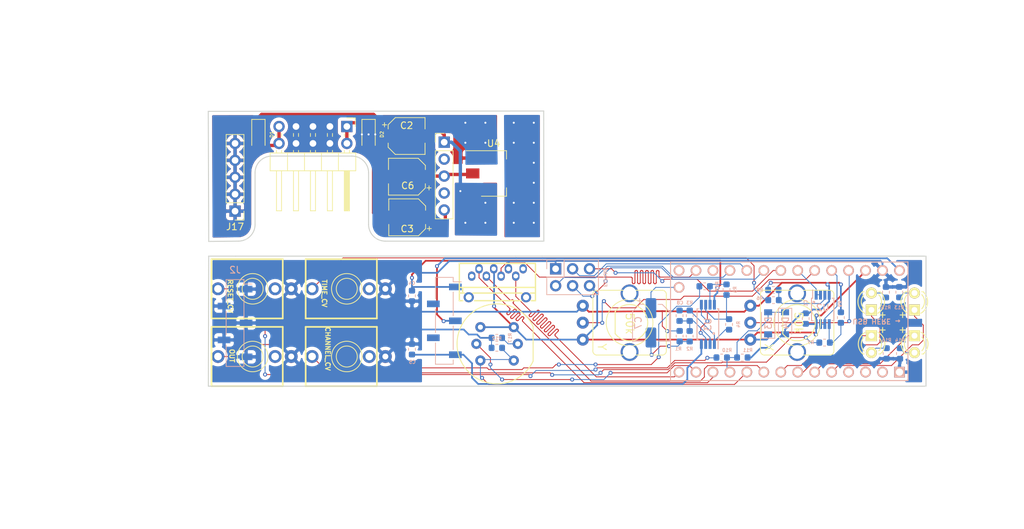
<source format=kicad_pcb>
(kicad_pcb (version 20171130) (host pcbnew "(5.1.5)-3")
  (layers (0 F.Cu signal) (31 B.Cu signal) (34 B.Paste user) (35 F.Paste user) (36 B.SilkS user) (37 F.SilkS user) (38 B.Mask user) (39 F.Mask user) (44 Edge.Cuts user))
  (net 0 "")
  (net 1 "Net-(U1-Pad20)")
  (net 2 "Net-(U1-Pad22)")
  (net 3 "Net-(U1-Pad4)")
  (net 4 "Net-(U1-Pad3)")
  (net 5 "Net-(U1-Pad2)")
  (net 6 +3V3)
  (net 7 GND)
  (net 8 MISO)
  (net 9 TIME_POT)
  (net 10 CHANNEL_POT)
  (net 11 +5V)
  (net 12 LED_RESET)
  (net 13 SS)
  (net 14 RESET_CV)
  (net 15 RESET_SW)
  (net 16 MOSI)
  (net 17 LED_4)
  (net 18 LED_3)
  (net 19 LED_2)
  (net 20 LED_1)
  (net 21 DAC)
  (net 22 SCLK)
  (net 23 A2)
  (net 24 A3)
  (net 25 A4)
  (net 26 A5)
  (net 27 TIME_CV_ADC)
  (net 28 CHANNEL_CV_ADC)
  (net 29 +12V)
  (net 30 -12V)
  (net 31 "Net-(C7-Pad2)")
  (net 32 "Net-(C8-Pad1)")
  (net 33 "Net-(C8-Pad2)")
  (net 34 "Net-(CON1-Pad1)")
  (net 35 "Net-(CON1-Pad8)")
  (net 36 "Net-(CON1-Pad9)")
  (net 37 "Net-(CON1-Pad10)")
  (net 38 "Net-(D1-Pad2)")
  (net 39 "Net-(D2-Pad1)")
  (net 40 "Net-(R4-Pad1)")
  (net 41 AUDIO_OUT)
  (net 42 TIME_CV)
  (net 43 CHANNEL_CV)
  (net 44 "Net-(D5-Pad1)")
  (net 45 "Net-(D6-Pad1)")
  (net 46 "Net-(D7-Pad1)")
  (net 47 "Net-(D8-Pad1)")
  (net 48 "Net-(J5-PadT)")
  (net 49 "Net-(J6-PadT)")
  (net 50 "Net-(J7-PadT)")
  (net 51 "Net-(J8-PadT)")
  (net 52 "Net-(J5-PadTN)")
  (net 53 "Net-(J6-PadTN)")
  (net 54 "Net-(J7-PadTN)")
  (net 55 "Net-(J8-PadTN)")
  (net 56 "Net-(HS1-Pad1)")
  (net 57 "Net-(R17-Pad2)")
  (net 58 "Net-(J9-Pad2)")
  (net 59 "Net-(J9-Pad4)")
  (net 60 "Net-(J12-Pad4)")
  (net 61 "Net-(J12-Pad2)")
  (module Resistor_SMD:R_0603_1608Metric (layer B.Cu) (at 143.2125 68.75 180)
    (fp_text reference R12 (at 0 1.43 180) (layer B.SilkS) (effects (font (size 0.5 0.5) (thickness 0.1)) (justify mirror)))
    (fp_text value 27k)
    (pad 2 smd roundrect (at 0.7875 0 180) (size 0.875 0.95) (layers B.Cu B.Paste B.Mask) (net 7 GND))
    (pad 1 smd roundrect (at -0.7875 0 180) (size 0.875 0.95) (layers B.Cu B.Paste B.Mask) (net 15 RESET_SW))
  )
  (module Connector_PinHeader_2.54mm:PinHeader_1x05_P2.54mm_Vertical (layer F.Cu) (at 104 48.26 180)
    (fp_text reference J17 (at 0 -2.33) (layer F.SilkS))
    (fp_text value Conn_01x05_Male)
    (pad 5 thru_hole oval (at 0 10.16 180) (size 1.7 1.7) (drill 1) (layers *.Cu *.Mask) (net 7 GND))
    (pad 4 thru_hole oval (at 0 7.62 180) (size 1.7 1.7) (drill 1) (layers *.Cu *.Mask) (net 7 GND))
    (pad 3 thru_hole oval (at 0 5.08 180) (size 1.7 1.7) (drill 1) (layers *.Cu *.Mask) (net 7 GND))
    (pad 2 thru_hole oval (at 0 2.54 180) (size 1.7 1.7) (drill 1) (layers *.Cu *.Mask) (net 7 GND))
    (pad 1 thru_hole rect (at 0 0 180) (size 1.7 1.7) (drill 1) (layers *.Cu *.Mask) (net 7 GND))
  )
  (module Connector_PinSocket_2.54mm:PinSocket_1x05_P2.54mm_Vertical_SMD_Pin1Left (layer B.Cu) (at 104 65.024 180)
    (fp_text reference J2 (at 0 7.95) (layer B.SilkS) (effects (justify mirror)))
    (fp_text value Conn_01x05_Female)
    (pad 4 smd rect (at 1.65 -2.54 180) (size 1.9 1) (layers B.Cu B.Paste B.Mask) (net 7 GND))
    (pad 2 smd rect (at 1.65 2.54 180) (size 1.9 1) (layers B.Cu B.Paste B.Mask) (net 7 GND))
    (pad 5 smd rect (at -1.65 -5.08 180) (size 1.9 1) (layers B.Cu B.Paste B.Mask) (net 7 GND))
    (pad 3 smd rect (at -1.65 0 180) (size 1.9 1) (layers B.Cu B.Paste B.Mask) (net 7 GND))
    (pad 1 smd rect (at -1.65 5.08 180) (size 1.9 1) (layers B.Cu B.Paste B.Mask) (net 7 GND))
  )
  (module 4ms-footprints:LED-3MM-SQUARE-ANODE (layer F.Cu) (at 199.325 68.2 90)
    (fp_text reference D8 hide)
    (fp_text value LED hide)
    (pad 1 thru_hole circle (at -1.27 0 180) (size 1.651 1.651) (drill 0.889) (layers *.Cu *.Mask F.SilkS) (net 47 "Net-(D8-Pad1)"))
    (pad 2 thru_hole rect (at 1.27 0 90) (size 1.651 1.651) (drill 0.889) (layers *.Cu *.Mask F.SilkS) (net 17 LED_4))
  )
  (module 4ms-footprints:LED-3MM-SQUARE-ANODE (layer F.Cu) (at 199.325 61.8 270)
    (fp_text reference D7 hide)
    (fp_text value LED hide)
    (pad 1 thru_hole circle (at -1.27 0) (size 1.651 1.651) (drill 0.889) (layers *.Cu *.Mask F.SilkS) (net 46 "Net-(D7-Pad1)"))
    (pad 2 thru_hole rect (at 1.27 0 270) (size 1.651 1.651) (drill 0.889) (layers *.Cu *.Mask F.SilkS) (net 18 LED_3))
  )
  (module 4ms-footprints:LED-3MM-SQUARE-ANODE (layer F.Cu) (at 205.775 68.2 90)
    (fp_text reference D6 hide)
    (fp_text value LED hide)
    (pad 1 thru_hole circle (at -1.27 0 180) (size 1.651 1.651) (drill 0.889) (layers *.Cu *.Mask F.SilkS) (net 45 "Net-(D6-Pad1)"))
    (pad 2 thru_hole rect (at 1.27 0 90) (size 1.651 1.651) (drill 0.889) (layers *.Cu *.Mask F.SilkS) (net 19 LED_2))
  )
  (module 4ms-footprints:LED-3MM-SQUARE-ANODE (layer F.Cu) (at 205.775 61.8 270)
    (fp_text reference D5 hide)
    (fp_text value LED hide)
    (pad 1 thru_hole circle (at -1.27 0) (size 1.651 1.651) (drill 0.889) (layers *.Cu *.Mask F.SilkS) (net 44 "Net-(D5-Pad1)"))
    (pad 2 thru_hole rect (at 1.27 0 270) (size 1.651 1.651) (drill 0.889) (layers *.Cu *.Mask F.SilkS) (net 20 LED_1))
  )
  (module prok_smd:Teensy30_31_32_LC (layer B.Cu) (at 186.817 64.77 180)
    (fp_text reference U1 hide)
    (fp_text value Teensy3.2)
    (fp_text user "USB HERE →" (at -13.3 0 180 unlocked) (layer B.SilkS) (effects (font (size 0.75 0.75)) (justify mirror)))
    (pad 19 thru_hole circle (at 16.31 5.08 180) (size 1.6 1.6) (drill 1.1) (layers *.Cu *.Mask B.SilkS) (net 21 DAC))
    (pad 20 thru_hole circle (at 16.31 7.62 180) (size 1.6 1.6) (drill 1.1) (layers *.Cu *.Mask B.SilkS) (net 1 "Net-(U1-Pad20)"))
    (pad 14 thru_hole circle (at 16.31 -7.62 180) (size 1.6 1.6) (drill 1.1) (layers *.Cu *.Mask B.SilkS) (net 8 MISO))
    (pad 21 thru_hole circle (at 13.77 7.62 180) (size 1.6 1.6) (drill 1.1) (layers *.Cu *.Mask B.SilkS) (net 22 SCLK))
    (pad 22 thru_hole circle (at 11.23 7.62 180) (size 1.6 1.6) (drill 1.1) (layers *.Cu *.Mask B.SilkS) (net 2 "Net-(U1-Pad22)"))
    (pad 23 thru_hole circle (at 8.69 7.62 180) (size 1.6 1.6) (drill 1.1) (layers *.Cu *.Mask B.SilkS) (net 23 A2))
    (pad 24 thru_hole circle (at 6.15 7.62 180) (size 1.6 1.6) (drill 1.1) (layers *.Cu *.Mask B.SilkS) (net 24 A3))
    (pad 25 thru_hole circle (at 3.61 7.62 180) (size 1.6 1.6) (drill 1.1) (layers *.Cu *.Mask B.SilkS) (net 25 A4))
    (pad 26 thru_hole circle (at 1.07 7.62 180) (size 1.6 1.6) (drill 1.1) (layers *.Cu *.Mask B.SilkS) (net 26 A5))
    (pad 27 thru_hole circle (at -1.47 7.62 180) (size 1.6 1.6) (drill 1.1) (layers *.Cu *.Mask B.SilkS) (net 27 TIME_CV_ADC))
    (pad 28 thru_hole circle (at -4.01 7.62 180) (size 1.6 1.6) (drill 1.1) (layers *.Cu *.Mask B.SilkS) (net 9 TIME_POT))
    (pad 29 thru_hole circle (at -6.55 7.62 180) (size 1.6 1.6) (drill 1.1) (layers *.Cu *.Mask B.SilkS) (net 28 CHANNEL_CV_ADC))
    (pad 30 thru_hole circle (at -9.09 7.62 180) (size 1.6 1.6) (drill 1.1) (layers *.Cu *.Mask B.SilkS) (net 10 CHANNEL_POT))
    (pad 31 thru_hole circle (at -11.63 7.62 180) (size 1.6 1.6) (drill 1.1) (layers *.Cu *.Mask B.SilkS) (net 6 +3V3))
    (pad 32 thru_hole circle (at -14.17 7.62 180) (size 1.6 1.6) (drill 1.1) (layers *.Cu *.Mask B.SilkS) (net 7 GND))
    (pad 33 thru_hole circle (at -16.71 7.62 180) (size 1.6 1.6) (drill 1.1) (layers *.Cu *.Mask B.SilkS) (net 11 +5V))
    (pad 13 thru_hole circle (at 13.77 -7.62 180) (size 1.6 1.6) (drill 1.1) (layers *.Cu *.Mask B.SilkS) (net 12 LED_RESET))
    (pad 12 thru_hole circle (at 11.23 -7.62 180) (size 1.6 1.6) (drill 1.1) (layers *.Cu *.Mask B.SilkS) (net 13 SS))
    (pad 11 thru_hole circle (at 8.69 -7.62 180) (size 1.6 1.6) (drill 1.1) (layers *.Cu *.Mask B.SilkS) (net 14 RESET_CV))
    (pad 10 thru_hole circle (at 6.15 -7.62 180) (size 1.6 1.6) (drill 1.1) (layers *.Cu *.Mask B.SilkS) (net 15 RESET_SW))
    (pad 9 thru_hole circle (at 3.61 -7.62 180) (size 1.6 1.6) (drill 1.1) (layers *.Cu *.Mask B.SilkS) (net 16 MOSI))
    (pad 8 thru_hole circle (at 1.07 -7.62 180) (size 1.6 1.6) (drill 1.1) (layers *.Cu *.Mask B.SilkS) (net 17 LED_4))
    (pad 7 thru_hole circle (at -1.47 -7.62 180) (size 1.6 1.6) (drill 1.1) (layers *.Cu *.Mask B.SilkS) (net 18 LED_3))
    (pad 6 thru_hole circle (at -4.01 -7.62 180) (size 1.6 1.6) (drill 1.1) (layers *.Cu *.Mask B.SilkS) (net 19 LED_2))
    (pad 5 thru_hole circle (at -6.55 -7.62 180) (size 1.6 1.6) (drill 1.1) (layers *.Cu *.Mask B.SilkS) (net 20 LED_1))
    (pad 4 thru_hole circle (at -9.09 -7.62 180) (size 1.6 1.6) (drill 1.1) (layers *.Cu *.Mask B.SilkS) (net 3 "Net-(U1-Pad4)"))
    (pad 3 thru_hole circle (at -11.63 -7.62 180) (size 1.6 1.6) (drill 1.1) (layers *.Cu *.Mask B.SilkS) (net 4 "Net-(U1-Pad3)"))
    (pad 2 thru_hole circle (at -14.17 -7.62 180) (size 1.6 1.6) (drill 1.1) (layers *.Cu *.Mask B.SilkS) (net 5 "Net-(U1-Pad2)"))
    (pad 1 thru_hole rect (at -16.71 -7.62 180) (size 1.6 1.6) (drill 1.1) (layers *.Cu *.Mask B.SilkS) (net 7 GND))
  )
  (module prok_smd:KS01BL (layer F.Cu) (at 143.25 68.15)
    (fp_text reference SW1 hide)
    (fp_text value SW_Push_LED)
    (pad 4 thru_hole circle (at -3.1 0) (size 1.524 1.524) (drill 0.762) (layers *.Cu *.Mask) (net 12 LED_RESET))
    (pad 3 thru_hole circle (at 3.1 0) (size 1.524 1.524) (drill 0.762) (layers *.Cu *.Mask) (net 57 "Net-(R17-Pad2)"))
    (pad 2 thru_hole circle (at 2.5 2.5) (size 1.524 1.524) (drill 0.762) (layers *.Cu *.Mask) (net 15 RESET_SW))
    (pad 2 thru_hole circle (at -2.5 2.5) (size 1.524 1.524) (drill 0.762) (layers *.Cu *.Mask) (net 15 RESET_SW))
    (pad 1 thru_hole circle (at -2.5 -2.5) (size 1.524 1.524) (drill 0.762) (layers *.Cu *.Mask) (net 6 +3V3))
    (pad 1 thru_hole circle (at 2.5 -2.5) (size 1.524 1.524) (drill 0.762) (layers *.Cu *.Mask) (net 6 +3V3))
  )
  (module 4ms-footprints:MICROSD-YAMAICHI-PJS-VERT (layer F.Cu) (at 142.899751 59.62)
    (fp_text reference CON1 hide)
    (fp_text value microSD_Card)
    (pad 2 thru_hole oval (at -2.349931 -2.71982) (size 1.0922 1.397) (drill 0.6858) (layers *.Cu *.Mask) (net 13 SS))
    (pad 1 thru_hole oval (at -3.449751 -1.62) (size 1.0922 1.397) (drill 0.6858) (layers *.Cu *.Mask) (net 34 "Net-(CON1-Pad1)"))
    (pad 4 thru_hole oval (at -0.150037 -2.71982) (size 1.0922 1.397) (drill 0.6858) (layers *.Cu *.Mask) (net 6 +3V3))
    (pad 3 thru_hole oval (at -1.249857 -1.62) (size 1.0922 1.397) (drill 0.69977) (layers *.Cu *.Mask) (net 16 MOSI))
    (pad 6 thru_hole oval (at 2.049857 -2.71982) (size 1.0922 1.397) (drill 0.6858) (layers *.Cu *.Mask) (net 7 GND))
    (pad 5 thru_hole oval (at 0.950037 -1.62) (size 1.0922 1.397) (drill 0.6858) (layers *.Cu *.Mask) (net 22 SCLK))
    (pad 8 thru_hole oval (at 4.249751 -2.71982) (size 1.0922 1.397) (drill 0.6858) (layers *.Cu *.Mask) (net 35 "Net-(CON1-Pad8)"))
    (pad 7 thru_hole oval (at 3.149931 -1.62) (size 1.0922 1.397) (drill 0.6858) (layers *.Cu *.Mask) (net 8 MISO))
    (pad 9 thru_hole oval (at -3.8926 1.54992) (size 1.524 1.524) (drill 0.9144) (layers *.Cu *.Mask) (net 36 "Net-(CON1-Pad9)"))
    (pad 10 thru_hole oval (at 4.6926 1.54992) (size 1.524 1.524) (drill 0.9144) (layers *.Cu *.Mask) (net 37 "Net-(CON1-Pad10)"))
  )
  (module Capacitor_SMD:C_0603_1608Metric (layer B.Cu) (at 189.484 64.3635 90)
    (fp_text reference C1 (at 2.3115 0 90) (layer B.SilkS) (effects (font (size 0.5 0.5) (thickness 0.1)) (justify mirror)))
    (fp_text value 100n)
    (pad 2 smd roundrect (at 0.7875 0 90) (size 0.875 0.95) (layers B.Cu B.Paste B.Mask) (net 7 GND))
    (pad 1 smd roundrect (at -0.7875 0 90) (size 0.875 0.95) (layers B.Cu B.Paste B.Mask) (net 6 +3V3))
  )
  (module Capacitor_SMD:CP_Elec_5x5.9 (layer F.Cu) (at 129.7 36.9899)
    (fp_text reference C2 (at 0 -1.573) (layer F.SilkS))
    (fp_text value 10uF)
    (pad 1 smd roundrect (at -2.2 0) (size 3 1.6) (layers F.Cu F.Paste F.Mask) (roundrect_rratio 0.15625) (net 29 +12V))
    (pad 2 smd roundrect (at 2.2 0) (size 3 1.6) (layers F.Cu F.Paste F.Mask) (roundrect_rratio 0.15625) (net 7 GND))
  )
  (module Capacitor_SMD:CP_Elec_5x5.9 (layer F.Cu) (at 129.786 49.1819 180)
    (fp_text reference C3 (at 0 -1.729 180) (layer F.SilkS))
    (fp_text value 10uF)
    (pad 2 smd roundrect (at 2.2 0 180) (size 3 1.6) (layers F.Cu F.Paste F.Mask) (roundrect_rratio 0.15625) (net 30 -12V))
    (pad 1 smd roundrect (at -2.2 0 180) (size 3 1.6) (layers F.Cu F.Paste F.Mask) (roundrect_rratio 0.15625) (net 7 GND))
  )
  (module Capacitor_SMD:C_0603_1608Metric (layer B.Cu) (at 130.5 60.962499 270)
    (fp_text reference C4 (at -1.9155 0.024 180) (layer B.SilkS) (effects (font (size 0.5 0.5) (thickness 0.1)) (justify mirror)))
    (fp_text value 100n)
    (pad 1 smd roundrect (at -0.7875 0 270) (size 0.875 0.95) (layers B.Cu B.Paste B.Mask) (net 29 +12V))
    (pad 2 smd roundrect (at 0.7875 0 270) (size 0.875 0.95) (layers B.Cu B.Paste B.Mask) (net 7 GND))
  )
  (module Capacitor_SMD:C_0603_1608Metric (layer B.Cu) (at 130.5 68.962499 270)
    (fp_text reference C5 (at 1.9155 -0.046) (layer B.SilkS) (effects (font (size 0.5 0.5) (thickness 0.1)) (justify mirror)))
    (fp_text value 100n)
    (pad 2 smd roundrect (at 0.7875 0 270) (size 0.875 0.95) (layers B.Cu B.Paste B.Mask) (net 30 -12V))
    (pad 1 smd roundrect (at -0.7875 0 270) (size 0.875 0.95) (layers B.Cu B.Paste B.Mask) (net 7 GND))
  )
  (module Capacitor_SMD:CP_Elec_5x5.9 (layer F.Cu) (at 129.745 43.0859 180)
    (fp_text reference C6 (at -0.117 -1.348 180) (layer F.SilkS))
    (fp_text value 10uF)
    (pad 1 smd roundrect (at -2.2 0 180) (size 3 1.6) (layers F.Cu F.Paste F.Mask) (roundrect_rratio 0.15625) (net 11 +5V))
    (pad 2 smd roundrect (at 2.2 0 180) (size 3 1.6) (layers F.Cu F.Paste F.Mask) (roundrect_rratio 0.15625) (net 7 GND))
  )
  (module Capacitor_SMD:CP_Elec_5x5.9 (layer B.Cu) (at 166.3 65 270)
    (fp_text reference C7 (at 0 1.905 270) (layer B.SilkS) (effects (justify mirror)))
    (fp_text value 10uF)
    (pad 1 smd roundrect (at -2.2 0 270) (size 3 1.6) (layers B.Cu B.Paste B.Mask) (roundrect_rratio 0.15625) (net 21 DAC))
    (pad 2 smd roundrect (at 2.2 0 270) (size 3 1.6) (layers B.Cu B.Paste B.Mask) (roundrect_rratio 0.15625) (net 31 "Net-(C7-Pad2)"))
  )
  (module Capacitor_SMD:C_0603_1608Metric (layer B.Cu) (at 170.5864 63.9319 90)
    (fp_text reference C8 (at 1.940678 0.064616 180) (layer B.SilkS) (effects (font (size 0.5 0.5) (thickness 0.1)) (justify mirror)))
    (fp_text value 150pF)
    (pad 1 smd roundrect (at -0.7875 0 90) (size 0.875 0.95) (layers B.Cu B.Paste B.Mask) (net 32 "Net-(C8-Pad1)"))
    (pad 2 smd roundrect (at 0.7875 0 90) (size 0.875 0.95) (layers B.Cu B.Paste B.Mask) (net 33 "Net-(C8-Pad2)"))
  )
  (module Resistor_SMD:R_0603_1608Metric (layer B.Cu) (at 170.6 67 270)
    (fp_text reference R1 (at 1.9 0.2) (layer B.SilkS) (effects (font (size 0.5 0.5) (thickness 0.1)) (justify mirror)))
    (fp_text value 39k)
    (pad 1 smd roundrect (at -0.7875 0 270) (size 0.875 0.95) (layers B.Cu B.Paste B.Mask) (net 7 GND))
    (pad 2 smd roundrect (at 0.7875 0 270) (size 0.875 0.95) (layers B.Cu B.Paste B.Mask) (net 31 "Net-(C7-Pad2)"))
  )
  (module Resistor_SMD:R_0603_1608Metric (layer B.Cu) (at 172.1 67.0125 270)
    (fp_text reference R2 (at 1.8875 0) (layer B.SilkS) (effects (font (size 0.5 0.5) (thickness 0.1)) (justify mirror)))
    (fp_text value 5.6k)
    (pad 2 smd roundrect (at 0.7875 0 270) (size 0.875 0.95) (layers B.Cu B.Paste B.Mask) (net 31 "Net-(C7-Pad2)"))
    (pad 1 smd roundrect (at -0.7875 0 270) (size 0.875 0.95) (layers B.Cu B.Paste B.Mask) (net 32 "Net-(C8-Pad1)"))
  )
  (module Resistor_SMD:R_0603_1608Metric (layer B.Cu) (at 172.1104 63.9319 270)
    (fp_text reference R3 (at -1.940678 0.005384) (layer B.SilkS) (effects (font (size 0.5 0.5) (thickness 0.1)) (justify mirror)))
    (fp_text value 56k)
    (pad 1 smd roundrect (at -0.7875 0 270) (size 0.875 0.95) (layers B.Cu B.Paste B.Mask) (net 33 "Net-(C8-Pad2)"))
    (pad 2 smd roundrect (at 0.7875 0 270) (size 0.875 0.95) (layers B.Cu B.Paste B.Mask) (net 32 "Net-(C8-Pad1)"))
  )
  (module Resistor_SMD:R_0603_1608Metric (layer B.Cu) (at 178.001384 65.236178 270)
    (fp_text reference R4 (at 0 -1.397 270) (layer B.SilkS) (effects (font (size 0.5 0.5) (thickness 0.1)) (justify mirror)))
    (fp_text value 56k)
    (pad 1 smd roundrect (at -0.7875 0 270) (size 0.875 0.95) (layers B.Cu B.Paste B.Mask) (net 40 "Net-(R4-Pad1)"))
    (pad 2 smd roundrect (at 0.7875 0 270) (size 0.875 0.95) (layers B.Cu B.Paste B.Mask) (net 33 "Net-(C8-Pad2)"))
  )
  (module Resistor_SMD:R_0603_1608Metric (layer B.Cu) (at 177.620384 60.029178 270)
    (fp_text reference R5 (at 0 -1.27 270) (layer B.SilkS) (effects (font (size 0.5 0.5) (thickness 0.1)) (justify mirror)))
    (fp_text value 56k)
    (pad 2 smd roundrect (at 0.7875 0 270) (size 0.875 0.95) (layers B.Cu B.Paste B.Mask) (net 40 "Net-(R4-Pad1)"))
    (pad 1 smd roundrect (at -0.7875 0 270) (size 0.875 0.95) (layers B.Cu B.Paste B.Mask) (net 41 AUDIO_OUT))
  )
  (module Package_SO:MSOP-8_3x3mm_P0.65mm (layer B.Cu) (at 192.024 62.992 270)
    (fp_text reference U2 (at -0.254 0) (layer B.SilkS) (effects (justify mirror)))
    (fp_text value MCP6002)
    (pad 1 smd rect (at -2.2 0.975 270) (size 1.45 0.45) (layers B.Cu B.Paste B.Mask) (net 27 TIME_CV_ADC))
    (pad 2 smd rect (at -2.2 0.325 270) (size 1.45 0.45) (layers B.Cu B.Paste B.Mask) (net 27 TIME_CV_ADC))
    (pad 3 smd rect (at -2.2 -0.325 270) (size 1.45 0.45) (layers B.Cu B.Paste B.Mask) (net 42 TIME_CV))
    (pad 4 smd rect (at -2.2 -0.975 270) (size 1.45 0.45) (layers B.Cu B.Paste B.Mask) (net 7 GND))
    (pad 5 smd rect (at 2.2 -0.975 270) (size 1.45 0.45) (layers B.Cu B.Paste B.Mask) (net 43 CHANNEL_CV))
    (pad 6 smd rect (at 2.2 -0.325 270) (size 1.45 0.45) (layers B.Cu B.Paste B.Mask) (net 28 CHANNEL_CV_ADC))
    (pad 7 smd rect (at 2.2 0.325 270) (size 1.45 0.45) (layers B.Cu B.Paste B.Mask) (net 28 CHANNEL_CV_ADC))
    (pad 8 smd rect (at 2.2 0.975 270) (size 1.45 0.45) (layers B.Cu B.Paste B.Mask) (net 6 +3V3))
  )
  (module Package_SO:TSSOP-8_4.4x3mm_P0.65mm (layer B.Cu) (at 174.826384 65.236178 90)
    (fp_text reference U3 (at 0 0 90) (layer B.SilkS) (effects (justify mirror)))
    (fp_text value TL072)
    (pad 1 smd rect (at -2.95 0.975 90) (size 1.45 0.45) (layers B.Cu B.Paste B.Mask) (net 33 "Net-(C8-Pad2)"))
    (pad 2 smd rect (at -2.95 0.325 90) (size 1.45 0.45) (layers B.Cu B.Paste B.Mask) (net 32 "Net-(C8-Pad1)"))
    (pad 3 smd rect (at -2.95 -0.325 90) (size 1.45 0.45) (layers B.Cu B.Paste B.Mask) (net 7 GND))
    (pad 4 smd rect (at -2.95 -0.975 90) (size 1.45 0.45) (layers B.Cu B.Paste B.Mask) (net 30 -12V))
    (pad 5 smd rect (at 2.95 -0.975 90) (size 1.45 0.45) (layers B.Cu B.Paste B.Mask) (net 7 GND))
    (pad 6 smd rect (at 2.95 -0.325 90) (size 1.45 0.45) (layers B.Cu B.Paste B.Mask) (net 40 "Net-(R4-Pad1)"))
    (pad 7 smd rect (at 2.95 0.325 90) (size 1.45 0.45) (layers B.Cu B.Paste B.Mask) (net 41 AUDIO_OUT))
    (pad 8 smd rect (at 2.95 0.975 90) (size 1.45 0.45) (layers B.Cu B.Paste B.Mask) (net 29 +12V))
  )
  (module Package_TO_SOT_SMD:SOT-223 (layer F.Cu) (at 142.75 42.6)
    (fp_text reference U4 (at 0 -4.5) (layer F.SilkS))
    (fp_text value REG1117)
    (pad 1 smd rect (at -3.15 -2.3) (size 2 1.5) (layers F.Cu F.Paste F.Mask) (net 7 GND))
    (pad 3 smd rect (at -3.15 2.3) (size 2 1.5) (layers F.Cu F.Paste F.Mask) (net 29 +12V))
    (pad 2 smd rect (at -3.15 0) (size 2 1.5) (layers F.Cu F.Paste F.Mask) (net 11 +5V))
    (pad 4 smd rect (at 3.15 0) (size 2 3.8) (layers F.Cu F.Paste F.Mask) (net 56 "Net-(HS1-Pad1)"))
  )
  (module 4ms-footprints:POT-9MM-ALPHA (layer F.Cu) (at 188.2 64.975 90)
    (fp_text reference X (at -3.025 -4.95 270 unlocked) (layer F.SilkS) (effects (font (size 1.2065 1.2065) (thickness 0.1524)) (justify left bottom)))
    (fp_text value 50k (at 1.729 -0.494 270 unlocked) (layer F.SilkS) (effects (font (size 1.2065 1.2065) (thickness 0.1524)) (justify left bottom)))
    (pad 3 thru_hole circle (at -2.540163 -7.012243) (size 1.8034 1.8034) (drill 0.889) (layers *.Cu *.Mask) (net 6 +3V3))
    (pad 2 thru_hole circle (at -0.000163 -7.012243) (size 1.8034 1.8034) (drill 0.889) (layers *.Cu *.Mask) (net 10 CHANNEL_POT))
    (pad 1 thru_hole circle (at 2.539837 -7.012243) (size 1.8034 1.8034) (drill 0.889) (layers *.Cu *.Mask) (net 7 GND))
    (pad 4 thru_hole circle (at 4.394037 -0.001843 90) (size 2.667 2.667) (drill 2.0574) (layers *.Cu *.Mask))
    (pad 5 thru_hole circle (at -4.394363 -0.001843 90) (size 2.667 2.667) (drill 2.0574) (layers *.Cu *.Mask))
  )
  (module 4ms-footprints:POT-9MM-ALPHA (layer F.Cu) (at 163.1 64.975 90)
    (fp_text reference Y (at -3.025 -4.85 270 unlocked) (layer F.SilkS) (effects (font (size 1.2065 1.2065) (thickness 0.1524)) (justify left bottom)))
    (fp_text value 50k (at 1.602 -0.667 270 unlocked) (layer F.SilkS) (effects (font (size 1.2065 1.2065) (thickness 0.1524)) (justify left bottom)))
    (pad 5 thru_hole circle (at -4.394363 -0.001843 90) (size 2.667 2.667) (drill 2.0574) (layers *.Cu *.Mask))
    (pad 4 thru_hole circle (at 4.394037 -0.001843 90) (size 2.667 2.667) (drill 2.0574) (layers *.Cu *.Mask))
    (pad 1 thru_hole circle (at 2.539837 -7.012243) (size 1.8034 1.8034) (drill 0.889) (layers *.Cu *.Mask) (net 7 GND))
    (pad 2 thru_hole circle (at -0.000163 -7.012243) (size 1.8034 1.8034) (drill 0.889) (layers *.Cu *.Mask) (net 9 TIME_POT))
    (pad 3 thru_hole circle (at -2.540163 -7.012243) (size 1.8034 1.8034) (drill 0.889) (layers *.Cu *.Mask) (net 6 +3V3))
  )
  (module Diode_SMD:D_SOD-123 (layer B.Cu) (at 183.851579 65.072695 90)
    (fp_text reference D3 (at 0.048695 0.044421 90) (layer B.SilkS) (effects (justify mirror)))
    (fp_text value D)
    (pad 2 smd rect (at 1.65 0 90) (size 0.9 1.2) (layers B.Cu B.Paste B.Mask) (net 14 RESET_CV))
    (pad 1 smd rect (at -1.65 0 90) (size 0.9 1.2) (layers B.Cu B.Paste B.Mask) (net 6 +3V3))
  )
  (module Diode_SMD:D_SOD-123 (layer B.Cu) (at 186.391579 65.072695 270)
    (fp_text reference D4 (at -0.048695 -0.044421 270) (layer B.SilkS) (effects (justify mirror)))
    (fp_text value D)
    (pad 1 smd rect (at -1.65 0 270) (size 0.9 1.2) (layers B.Cu B.Paste B.Mask) (net 14 RESET_CV))
    (pad 2 smd rect (at 1.65 0 270) (size 0.9 1.2) (layers B.Cu B.Paste B.Mask) (net 7 GND))
  )
  (module Resistor_SMD:R_0603_1608Metric (layer B.Cu) (at 184.658 61.595 180)
    (fp_text reference R6 (at 2.058 0.295 180) (layer B.SilkS) (effects (font (size 0.5 0.5) (thickness 0.1)) (justify mirror)))
    (fp_text value 27k)
    (pad 2 smd roundrect (at 0.7875 0 180) (size 0.875 0.95) (layers B.Cu B.Paste B.Mask) (net 48 "Net-(J5-PadT)"))
    (pad 1 smd roundrect (at -0.7875 0 180) (size 0.875 0.95) (layers B.Cu B.Paste B.Mask) (net 42 TIME_CV))
  )
  (module Resistor_SMD:R_0603_1608Metric (layer B.Cu) (at 192.306312 67.967021 180)
    (fp_text reference R7 (at 2.060312 0.022021 180) (layer B.SilkS) (effects (font (size 0.5 0.5) (thickness 0.1)) (justify mirror)))
    (fp_text value 27k)
    (pad 1 smd roundrect (at -0.7875 0 180) (size 0.875 0.95) (layers B.Cu B.Paste B.Mask) (net 43 CHANNEL_CV))
    (pad 2 smd roundrect (at 0.7875 0 180) (size 0.875 0.95) (layers B.Cu B.Paste B.Mask) (net 49 "Net-(J6-PadT)"))
  )
  (module Resistor_SMD:R_0603_1608Metric (layer B.Cu) (at 184.6325 60.071)
    (fp_text reference R8 (at -2.0325 0) (layer B.SilkS) (effects (font (size 0.5 0.5) (thickness 0.1)) (justify mirror)))
    (fp_text value 56k)
    (pad 1 smd roundrect (at -0.7875 0) (size 0.875 0.95) (layers B.Cu B.Paste B.Mask) (net 7 GND))
    (pad 2 smd roundrect (at 0.7875 0) (size 0.875 0.95) (layers B.Cu B.Paste B.Mask) (net 42 TIME_CV))
  )
  (module Resistor_SMD:R_0603_1608Metric (layer B.Cu) (at 194.75 64.212499 270)
    (fp_text reference R9 (at -2.060312 0.104979 90) (layer B.SilkS) (effects (font (size 0.5 0.5) (thickness 0.1)) (justify mirror)))
    (fp_text value 56k)
    (pad 2 smd roundrect (at 0.7875 0 270) (size 0.875 0.95) (layers B.Cu B.Paste B.Mask) (net 43 CHANNEL_CV))
    (pad 1 smd roundrect (at -0.7875 0 270) (size 0.875 0.95) (layers B.Cu B.Paste B.Mask) (net 7 GND))
  )
  (module Resistor_SMD:R_0603_1608Metric (layer B.Cu) (at 176.9 70.2 180)
    (fp_text reference R10 (at -0.8 1.1 180) (layer B.SilkS) (effects (font (size 0.5 0.5) (thickness 0.1)) (justify mirror)))
    (fp_text value 470R)
    (pad 1 smd roundrect (at -0.7875 0 180) (size 0.875 0.95) (layers B.Cu B.Paste B.Mask) (net 14 RESET_CV))
    (pad 2 smd roundrect (at 0.7875 0 180) (size 0.875 0.95) (layers B.Cu B.Paste B.Mask) (net 50 "Net-(J7-PadT)"))
  )
  (module Resistor_SMD:R_0603_1608Metric (layer B.Cu) (at 179.9875 70.2 180)
    (fp_text reference R11 (at -0.8125 1.1 180) (layer B.SilkS) (effects (font (size 0.5 0.5) (thickness 0.1)) (justify mirror)))
    (fp_text value 100k)
    (pad 2 smd roundrect (at 0.7875 0 180) (size 0.875 0.95) (layers B.Cu B.Paste B.Mask) (net 14 RESET_CV))
    (pad 1 smd roundrect (at -0.7875 0 180) (size 0.875 0.95) (layers B.Cu B.Paste B.Mask) (net 7 GND))
  )
  (module Resistor_SMD:R_0603_1608Metric (layer B.Cu) (at 203.5 60.4 270)
    (fp_text reference R13 (at 2.3 0) (layer B.SilkS) (effects (font (size 0.5 0.5) (thickness 0.1)) (justify mirror)))
    (fp_text value 1.5k)
    (pad 1 smd roundrect (at -0.7875 0 270) (size 0.875 0.95) (layers B.Cu B.Paste B.Mask) (net 7 GND))
    (pad 2 smd roundrect (at 0.7875 0 270) (size 0.875 0.95) (layers B.Cu B.Paste B.Mask) (net 44 "Net-(D5-Pad1)"))
  )
  (module Resistor_SMD:R_0603_1608Metric (layer B.Cu) (at 203.6 69.6 90)
    (fp_text reference R14 (at 2 0 180) (layer B.SilkS) (effects (font (size 0.5 0.5) (thickness 0.1)) (justify mirror)))
    (fp_text value 1.5k)
    (pad 2 smd roundrect (at 0.7875 0 90) (size 0.875 0.95) (layers B.Cu B.Paste B.Mask) (net 45 "Net-(D6-Pad1)"))
    (pad 1 smd roundrect (at -0.7875 0 90) (size 0.875 0.95) (layers B.Cu B.Paste B.Mask) (net 7 GND))
  )
  (module Resistor_SMD:R_0603_1608Metric (layer B.Cu) (at 201.5 60.4125 270)
    (fp_text reference R15 (at 2.2875 0) (layer B.SilkS) (effects (font (size 0.5 0.5) (thickness 0.1)) (justify mirror)))
    (fp_text value 1.5k)
    (pad 2 smd roundrect (at 0.7875 0 270) (size 0.875 0.95) (layers B.Cu B.Paste B.Mask) (net 46 "Net-(D7-Pad1)"))
    (pad 1 smd roundrect (at -0.7875 0 270) (size 0.875 0.95) (layers B.Cu B.Paste B.Mask) (net 7 GND))
  )
  (module Resistor_SMD:R_0603_1608Metric (layer B.Cu) (at 201.6 69.5875 90)
    (fp_text reference R16 (at 1.9875 0 180) (layer B.SilkS) (effects (font (size 0.5 0.5) (thickness 0.1)) (justify mirror)))
    (fp_text value 1.5k)
    (pad 1 smd roundrect (at -0.7875 0 90) (size 0.875 0.95) (layers B.Cu B.Paste B.Mask) (net 7 GND))
    (pad 2 smd roundrect (at 0.7875 0 90) (size 0.875 0.95) (layers B.Cu B.Paste B.Mask) (net 47 "Net-(D8-Pad1)"))
  )
  (module Resistor_SMD:R_0603_1608Metric (layer B.Cu) (at 143.2125 67.25)
    (fp_text reference R17 (at 1.9875 0 270) (layer B.SilkS) (effects (font (size 0.5 0.5) (thickness 0.1)) (justify mirror)))
    (fp_text value 1.5k)
    (pad 1 smd roundrect (at -0.7875 0) (size 0.875 0.95) (layers B.Cu B.Paste B.Mask) (net 7 GND))
    (pad 2 smd roundrect (at 0.7875 0) (size 0.875 0.95) (layers B.Cu B.Paste B.Mask) (net 57 "Net-(R17-Pad2)"))
  )
  (module Resistor_SMD:R_0603_1608Metric (layer B.Cu) (at 174.343884 59.521178 180)
    (fp_text reference R18 (at -1.8795 0 -90) (layer B.SilkS) (effects (font (size 0.5 0.5) (thickness 0.1)) (justify mirror)))
    (fp_text value 470R)
    (pad 1 smd roundrect (at -0.7875 0 180) (size 0.875 0.95) (layers B.Cu B.Paste B.Mask) (net 41 AUDIO_OUT))
    (pad 2 smd roundrect (at 0.7875 0 180) (size 0.875 0.95) (layers B.Cu B.Paste B.Mask) (net 51 "Net-(J8-PadT)"))
  )
  (module Diode_SMD:D_SOD-123 (layer F.Cu) (at 107.5 36.75 270)
    (fp_text reference D1 (at 0 -2 270) (layer F.SilkS) (effects (font (size 0.5 0.5) (thickness 0.1))))
    (fp_text value 1N5819)
    (pad 1 smd rect (at -1.65 0 270) (size 0.9 1.2) (layers F.Cu F.Paste F.Mask) (net 29 +12V))
    (pad 2 smd rect (at 1.65 0 270) (size 0.9 1.2) (layers F.Cu F.Paste F.Mask) (net 38 "Net-(D1-Pad2)"))
  )
  (module Diode_SMD:D_SOD-123 (layer F.Cu) (at 124 36.75 270)
    (fp_text reference D2 (at 0 -2 270) (layer F.SilkS) (effects (font (size 0.5 0.5) (thickness 0.1))))
    (fp_text value 1N5819)
    (pad 2 smd rect (at 1.65 0 270) (size 0.9 1.2) (layers F.Cu F.Paste F.Mask) (net 30 -12V))
    (pad 1 smd rect (at -1.65 0 270) (size 0.9 1.2) (layers F.Cu F.Paste F.Mask) (net 39 "Net-(D2-Pad1)"))
  )
  (module prok_smd:PJ301M-12 (layer F.Cu) (at 120.75 59.9)
    (fp_text reference J5 hide)
    (fp_text value TIME_CV (at -3.783 -1.48 270 unlocked) (layer F.SilkS) (effects (font (size 0.7 0.7) (thickness 0.1524)) (justify left bottom)))
    (pad TN thru_hole circle (at 3.3528 0) (size 1.9304 1.9304) (drill 1.143) (layers *.Cu *.Mask) (net 52 "Net-(J5-PadTN)"))
    (pad S thru_hole circle (at 5.7658 0) (size 1.9304 1.9304) (drill 0.889) (layers *.Cu *.Mask) (net 7 GND))
    (pad T thru_hole circle (at -5.207 0) (size 1.9304 1.9304) (drill 1.143) (layers *.Cu *.Mask) (net 48 "Net-(J5-PadT)"))
  )
  (module prok_smd:PJ301M-12 (layer F.Cu) (at 120.75 70.05)
    (fp_text reference J6 hide)
    (fp_text value CHANNEL_CV (at -3.275 -4.518 270 unlocked) (layer F.SilkS) (effects (font (size 0.7 0.7) (thickness 0.1524)) (justify left bottom)))
    (pad T thru_hole circle (at -5.207 0) (size 1.9304 1.9304) (drill 1.143) (layers *.Cu *.Mask) (net 49 "Net-(J6-PadT)"))
    (pad S thru_hole circle (at 5.7658 0) (size 1.9304 1.9304) (drill 0.889) (layers *.Cu *.Mask) (net 7 GND))
    (pad TN thru_hole circle (at 3.3528 0) (size 1.9304 1.9304) (drill 1.143) (layers *.Cu *.Mask) (net 53 "Net-(J6-PadTN)"))
  )
  (module prok_smd:PJ301M-12 (layer F.Cu) (at 106.65 59.9)
    (fp_text reference J7 hide)
    (fp_text value RESET_CV (at -3.78 -1.48 270 unlocked) (layer F.SilkS) (effects (font (size 0.7 0.7) (thickness 0.1524)) (justify left bottom)))
    (pad TN thru_hole circle (at 3.3528 0) (size 1.9304 1.9304) (drill 1.143) (layers *.Cu *.Mask) (net 54 "Net-(J7-PadTN)"))
    (pad S thru_hole circle (at 5.7658 0) (size 1.9304 1.9304) (drill 0.889) (layers *.Cu *.Mask) (net 7 GND))
    (pad T thru_hole circle (at -5.207 0) (size 1.9304 1.9304) (drill 1.143) (layers *.Cu *.Mask) (net 50 "Net-(J7-PadT)"))
  )
  (module prok_smd:PJ301M-12 (layer F.Cu) (at 106.65 70.05)
    (fp_text reference J8 hide)
    (fp_text value OUT (at -3.526 -1.216 270 unlocked) (layer F.SilkS) (effects (font (size 0.7 0.7) (thickness 0.1524)) (justify left bottom)))
    (pad T thru_hole circle (at -5.207 0) (size 1.9304 1.9304) (drill 1.143) (layers *.Cu *.Mask) (net 51 "Net-(J8-PadT)"))
    (pad S thru_hole circle (at 5.7658 0) (size 1.9304 1.9304) (drill 0.889) (layers *.Cu *.Mask) (net 7 GND))
    (pad TN thru_hole circle (at 3.3528 0) (size 1.9304 1.9304) (drill 1.143) (layers *.Cu *.Mask) (net 55 "Net-(J8-PadTN)"))
  )
  (module Connector_PinHeader_2.54mm:PinHeader_2x05_P2.54mm_Horizontal (layer F.Cu) (at 120.749 35.56 270)
    (fp_text reference J1 hide)
    (fp_text value POWER)
    (pad 10 thru_hole oval (at 2.54 10.16 270) (size 1.7 1.7) (drill 1) (layers *.Cu *.Mask) (net 38 "Net-(D1-Pad2)"))
    (pad 9 thru_hole oval (at 0 10.16 270) (size 1.7 1.7) (drill 1) (layers *.Cu *.Mask) (net 38 "Net-(D1-Pad2)"))
    (pad 8 thru_hole oval (at 2.54 7.62 270) (size 1.7 1.7) (drill 1) (layers *.Cu *.Mask) (net 7 GND))
    (pad 7 thru_hole oval (at 0 7.62 270) (size 1.7 1.7) (drill 1) (layers *.Cu *.Mask) (net 7 GND))
    (pad 6 thru_hole oval (at 2.54 5.08 270) (size 1.7 1.7) (drill 1) (layers *.Cu *.Mask) (net 7 GND))
    (pad 5 thru_hole oval (at 0 5.08 270) (size 1.7 1.7) (drill 1) (layers *.Cu *.Mask) (net 7 GND))
    (pad 4 thru_hole oval (at 2.54 2.54 270) (size 1.7 1.7) (drill 1) (layers *.Cu *.Mask) (net 7 GND))
    (pad 3 thru_hole oval (at 0 2.54 270) (size 1.7 1.7) (drill 1) (layers *.Cu *.Mask) (net 7 GND))
    (pad 2 thru_hole oval (at 2.54 0 270) (size 1.7 1.7) (drill 1) (layers *.Cu *.Mask) (net 39 "Net-(D2-Pad1)"))
    (pad 1 thru_hole rect (at 0 0 270) (size 1.7 1.7) (drill 1) (layers *.Cu *.Mask) (net 39 "Net-(D2-Pad1)"))
  )
  (module Connector_PinHeader_2.54mm:PinHeader_2x03_P2.54mm_Vertical (layer B.Cu) (at 152.02 56.9 270)
    (fp_text reference EXPAND1 hide)
    (fp_text value EXPAND (at 1.27 -7.41 270 unlocked) (layer B.SilkS) (effects (font (size 0.5 0.5) (thickness 0.1)) (justify mirror)))
    (pad 1 thru_hole rect (at 0 0 270) (size 1.7 1.7) (drill 1) (layers *.Cu *.Mask) (net 7 GND))
    (pad 2 thru_hole oval (at 2.54 0 270) (size 1.7 1.7) (drill 1) (layers *.Cu *.Mask) (net 23 A2))
    (pad 3 thru_hole oval (at 0 -2.54 270) (size 1.7 1.7) (drill 1) (layers *.Cu *.Mask) (net 24 A3))
    (pad 4 thru_hole oval (at 2.54 -2.54 270) (size 1.7 1.7) (drill 1) (layers *.Cu *.Mask) (net 25 A4))
    (pad 5 thru_hole oval (at 0 -5.08 270) (size 1.7 1.7) (drill 1) (layers *.Cu *.Mask) (net 26 A5))
    (pad 6 thru_hole oval (at 2.54 -5.08 270) (size 1.7 1.7) (drill 1) (layers *.Cu *.Mask) (net 6 +3V3))
  )
  (module Connector_PinHeader_2.54mm:PinHeader_1x05_P2.54mm_Vertical (layer F.Cu) (at 135.33 37.92)
    (fp_text reference J12 hide)
    (fp_text value Conn_01x05_Male)
    (pad 5 thru_hole oval (at 0 10.16) (size 1.7 1.7) (drill 1) (layers *.Cu *.Mask) (net 30 -12V))
    (pad 4 thru_hole oval (at 0 7.62) (size 1.7 1.7) (drill 1) (layers *.Cu *.Mask) (net 60 "Net-(J12-Pad4)"))
    (pad 3 thru_hole oval (at 0 5.08) (size 1.7 1.7) (drill 1) (layers *.Cu *.Mask) (net 11 +5V))
    (pad 2 thru_hole oval (at 0 2.54) (size 1.7 1.7) (drill 1) (layers *.Cu *.Mask) (net 61 "Net-(J12-Pad2)"))
    (pad 1 thru_hole rect (at 0 0) (size 1.7 1.7) (drill 1) (layers *.Cu *.Mask) (net 29 +12V))
  )
  (module Connector_PinSocket_2.54mm:PinSocket_1x05_P2.54mm_Vertical_SMD_Pin1Left (layer B.Cu) (at 135.35 64.7 180)
    (fp_text reference J9 hide)
    (fp_text value Conn_01x05_Female)
    (pad 1 smd rect (at -1.65 5.08 180) (size 1.9 1) (layers B.Cu B.Paste B.Mask) (net 29 +12V))
    (pad 3 smd rect (at -1.65 0 180) (size 1.9 1) (layers B.Cu B.Paste B.Mask) (net 11 +5V))
    (pad 5 smd rect (at -1.65 -5.08 180) (size 1.9 1) (layers B.Cu B.Paste B.Mask) (net 30 -12V))
    (pad 2 smd rect (at 1.65 2.54 180) (size 1.9 1) (layers B.Cu B.Paste B.Mask) (net 58 "Net-(J9-Pad2)"))
    (pad 4 smd rect (at 1.65 -2.54 180) (size 1.9 1) (layers B.Cu B.Paste B.Mask) (net 59 "Net-(J9-Pad4)"))
  )
  (gr_text + (at 201 63.75) (layer F.SilkS) (effects (font (size 1 1))))
  (gr_text + (at 201 66) (layer F.SilkS) (effects (font (size 1 1))))
  (gr_text + (at 204 66) (layer F.SilkS) (effects (font (size 1 1))))
  (gr_text + (at 204 63.75) (layer F.SilkS) (effects (font (size 1 1))))
  (gr_arc (start 109.5 42.5) (end 109.5 40) (angle -90) (layer Edge.Cuts) (width 0.15))
  (gr_arc (start 121.5 42.5) (end 124 42.5) (angle -90) (layer Edge.Cuts) (width 0.15))
  (gr_line (start 109.5 40) (end 121.5 40) (layer Edge.Cuts) (width 0.15))
  (gr_line (start 126.5 52.75) (end 150.25 52.75) (layer Edge.Cuts) (width 0.15))
  (gr_line (start 104.5 52.75) (end 100.054 52.7976) (layer Edge.Cuts) (width 0.15))
  (gr_arc (start 104.5 50.25) (end 104.5 52.75) (angle -90) (layer Edge.Cuts) (width 0.15))
  (gr_arc (start 126.5 50.25) (end 124 50.25) (angle -90) (layer Edge.Cuts) (width 0.15))
  (gr_line (start 107 50.25) (end 107 42.5) (layer Edge.Cuts) (width 0.15))
  (gr_line (start 124 50.25) (end 124 42.5) (layer Edge.Cuts) (width 0.15))
  (gr_line (start 150.004 54.9991) (end 146.004 54.9991) (layer Edge.Cuts) (width 0.15))
  (gr_line (start 104.054 54.9976) (end 100.054 54.9976) (layer Edge.Cuts) (width 0.15))
  (gr_line (start 205 74.5) (end 207.5 74.5) (layer Edge.Cuts) (width 0.15))
  (gr_line (start 207.5 55) (end 205 55) (layer Edge.Cuts) (width 0.15))
  (gr_line (start 100.054 52.7976) (end 99.988 33.2899) (layer Edge.Cuts) (width 0.15))
  (gr_line (start 100.054 54.9976) (end 100 74.5) (layer Edge.Cuts) (width 0.15))
  (gr_line (start 150.25 52.75) (end 150.234 33.2408) (layer Edge.Cuts) (width 0.15))
  (gr_line (start 150.004 54.9991) (end 205 55) (layer Edge.Cuts) (width 0.15))
  (gr_line (start 104.054 54.9976) (end 146.004 54.9991) (layer Edge.Cuts) (width 0.15))
  (gr_circle (center 190.7 61.9) (end 190.8 61.9) (layer B.SilkS) (width 0.2))
  (gr_circle (center 175.7 66.6) (end 175.8 66.6) (layer B.SilkS) (width 0.2))
  (gr_line (start 150.234 33.2408) (end 99.988 33.2899) (layer Edge.Cuts) (width 0.15))
  (gr_line (start 207.5 74.5) (end 207.5 55) (layer Edge.Cuts) (width 0.15))
  (gr_line (start 100 74.5) (end 205 74.5) (layer Edge.Cuts) (width 0.15))
  (segment (start 189.525 65.192) (end 189.484 65.151) (width 0.254) (layer B.Cu) (net 6))
  (segment (start 191.049 65.192) (end 189.525 65.192) (width 0.254) (layer B.Cu) (net 6))
  (segment (start 183.851579 67.299695) (end 183.851579 66.722695) (width 0.254) (layer B.Cu) (net 6))
  (segment (start 183.636111 67.515163) (end 183.851579 67.299695) (width 0.254) (layer B.Cu) (net 6))
  (segment (start 181.187757 67.515163) (end 183.636111 67.515163) (width 0.254) (layer B.Cu) (net 6))
  (segment (start 198.239 57.15) (end 198.447 57.15) (width 0.254) (layer B.Cu) (net 6))
  (segment (start 191.049 65.192) (end 191.049 64.34) (width 0.254) (layer B.Cu) (net 6))
  (via (at 191.1 63.9) (size 0.6) (drill 0.3) (layers F.Cu B.Cu) (net 6))
  (segment (start 191.049 64.34) (end 191.049 63.951) (width 0.254) (layer B.Cu) (net 6))
  (segment (start 191.049 63.951) (end 191.1 63.9) (width 0.254) (layer B.Cu) (net 6))
  (segment (start 147.615163 67.515163) (end 156.087757 67.515163) (width 0.254) (layer B.Cu) (net 6))
  (segment (start 145.75 65.65) (end 147.615163 67.515163) (width 0.254) (layer B.Cu) (net 6))
  (segment (start 145.75 65.65) (end 140.75 65.65) (width 0.254) (layer B.Cu) (net 6))
  (via (at 142.8 62.5) (size 0.6) (drill 0.3) (layers F.Cu B.Cu) (net 6))
  (segment (start 145.75 65.65) (end 142.8 62.7) (width 0.254) (layer F.Cu) (net 6))
  (segment (start 142.8 62.7) (end 142.8 62.5) (width 0.254) (layer F.Cu) (net 6))
  (segment (start 142.8 56.950466) (end 142.749714 56.90018) (width 0.254) (layer B.Cu) (net 6))
  (segment (start 142.8 62.5) (end 142.8 56.950466) (width 0.254) (layer B.Cu) (net 6))
  (segment (start 181.187757 67.515163) (end 156.087757 67.515163) (width 0.254) (layer F.Cu) (net 6))
  (segment (start 198.447 57.2548) (end 198.447 57.15) (width 0.254) (layer F.Cu) (net 6))
  (segment (start 191.1 63.9) (end 191.8018 63.9) (width 0.254) (layer F.Cu) (net 6))
  (segment (start 191.8018 63.9) (end 198.447 57.2548) (width 0.254) (layer F.Cu) (net 6))
  (segment (start 158.25 65.35292) (end 156.087757 67.515163) (width 0.254) (layer B.Cu) (net 6))
  (segment (start 157.1 59.44) (end 158.25 60.59) (width 0.254) (layer B.Cu) (net 6))
  (segment (start 158.25 60.59) (end 158.25 65.35292) (width 0.254) (layer B.Cu) (net 6))
  (via (at 191 66.75) (size 0.6) (drill 0.3) (layers F.Cu B.Cu) (net 6))
  (segment (start 191.049 65.192) (end 191.049 66.701) (width 0.254) (layer B.Cu) (net 6))
  (segment (start 191.049 66.701) (end 191 66.75) (width 0.254) (layer B.Cu) (net 6))
  (segment (start 182.089456 66.613464) (end 181.187757 67.515163) (width 0.254) (layer F.Cu) (net 6))
  (segment (start 190.700001 66.450001) (end 182.252919 66.450001) (width 0.254) (layer F.Cu) (net 6))
  (segment (start 182.252919 66.450001) (end 182.089456 66.613464) (width 0.254) (layer F.Cu) (net 6))
  (segment (start 191 66.75) (end 190.700001 66.450001) (width 0.254) (layer F.Cu) (net 6))
  (via (at 141.5 38) (size 0.6) (drill 0.3) (layers F.Cu B.Cu) (net 7))
  (via (at 138.5 38) (size 0.6) (drill 0.3) (layers F.Cu B.Cu) (net 7))
  (via (at 138.5 35) (size 0.6) (drill 0.3) (layers F.Cu B.Cu) (net 7))
  (via (at 141.5 35) (size 0.6) (drill 0.3) (layers F.Cu B.Cu) (net 7))
  (segment (start 145 55.897288) (end 145 55.75) (width 0.254) (layer B.Cu) (net 7))
  (segment (start 144.949608 55.94768) (end 145 55.897288) (width 0.254) (layer B.Cu) (net 7))
  (segment (start 144.949608 56.90018) (end 144.949608 55.94768) (width 0.254) (layer B.Cu) (net 7))
  (segment (start 152 55.75) (end 152.02 55.77) (width 0.254) (layer B.Cu) (net 7))
  (segment (start 152.02 55.77) (end 152.02 56.9) (width 0.254) (layer B.Cu) (net 7))
  (segment (start 152 55.75) (end 145 55.75) (width 0.254) (layer B.Cu) (net 7))
  (segment (start 156.989456 63.336862) (end 156.087757 62.435163) (width 0.254) (layer F.Cu) (net 7))
  (segment (start 168 63.25) (end 156.989456 63.336862) (width 0.254) (layer F.Cu) (net 7))
  (segment (start 181.187757 62.435163) (end 180.286058 63.336862) (width 0.254) (layer F.Cu) (net 7))
  (segment (start 185.904654 58.993462) (end 192.493462 58.993462) (width 0.254) (layer F.Cu) (net 7))
  (segment (start 181.187757 62.435163) (end 182.462953 62.435163) (width 0.254) (layer F.Cu) (net 7))
  (segment (start 182.462953 62.435163) (end 185.904654 58.993462) (width 0.254) (layer F.Cu) (net 7))
  (via (at 192.75 59.25) (size 0.6) (drill 0.3) (layers F.Cu B.Cu) (net 7))
  (segment (start 192.493462 58.993462) (end 192.75 59.25) (width 0.254) (layer F.Cu) (net 7))
  (segment (start 192.999 59.499) (end 192.999 60.792) (width 0.254) (layer B.Cu) (net 7))
  (segment (start 192.75 59.25) (end 192.999 59.499) (width 0.254) (layer B.Cu) (net 7))
  (via (at 194.75 59.25) (size 0.6) (drill 0.3) (layers F.Cu B.Cu) (net 7))
  (segment (start 194.75 63.424999) (end 194.75 59.25) (width 0.254) (layer B.Cu) (net 7))
  (segment (start 186.391579 66.018695) (end 186.391579 66.722695) (width 0.254) (layer B.Cu) (net 7))
  (segment (start 188.834274 63.576) (end 186.391579 66.018695) (width 0.254) (layer B.Cu) (net 7))
  (segment (start 189.484 63.576) (end 188.834274 63.576) (width 0.254) (layer B.Cu) (net 7))
  (via (at 184.25 59) (size 0.6) (drill 0.3) (layers F.Cu B.Cu) (net 7))
  (segment (start 183.845 60.071) (end 183.845 59.405) (width 0.127) (layer B.Cu) (net 7))
  (segment (start 183.845 59.405) (end 184.25 59) (width 0.127) (layer B.Cu) (net 7))
  (segment (start 185.898116 59) (end 185.904654 58.993462) (width 0.127) (layer F.Cu) (net 7))
  (segment (start 184.25 59) (end 185.898116 59) (width 0.127) (layer F.Cu) (net 7))
  (via (at 174.75 64.75) (size 0.6) (drill 0.3) (layers F.Cu B.Cu) (net 7))
  (segment (start 173.851384 62.286178) (end 173.851384 63.851384) (width 0.127) (layer B.Cu) (net 7))
  (segment (start 173.851384 63.851384) (end 174.75 64.75) (width 0.127) (layer B.Cu) (net 7))
  (segment (start 174.75 63.423724) (end 174.75 64.75) (width 0.127) (layer F.Cu) (net 7))
  (segment (start 174.663138 63.336862) (end 174.75 63.423724) (width 0.127) (layer F.Cu) (net 7))
  (segment (start 180.286058 63.336862) (end 174.663138 63.336862) (width 0.254) (layer F.Cu) (net 7))
  (segment (start 170.6 66.2125) (end 168.7875 66.2125) (width 0.127) (layer B.Cu) (net 7))
  (via (at 168.75 66.25) (size 0.6) (drill 0.3) (layers F.Cu B.Cu) (net 7))
  (segment (start 168.7875 66.2125) (end 168.75 66.25) (width 0.127) (layer B.Cu) (net 7))
  (segment (start 168 65.5) (end 168 63.25) (width 0.127) (layer F.Cu) (net 7))
  (segment (start 168.75 66.25) (end 168 65.5) (width 0.127) (layer F.Cu) (net 7))
  (segment (start 174.663138 63.336862) (end 168 63.25) (width 0.254) (layer F.Cu) (net 7))
  (via (at 173.75 66.5) (size 0.6) (drill 0.3) (layers F.Cu B.Cu) (net 7))
  (segment (start 174.501384 68.186178) (end 174.501384 67.251384) (width 0.127) (layer B.Cu) (net 7))
  (segment (start 174.501384 67.251384) (end 173.75 66.5) (width 0.127) (layer B.Cu) (net 7))
  (segment (start 173.75 65.75) (end 174.75 64.75) (width 0.127) (layer F.Cu) (net 7))
  (segment (start 173.75 66.5) (end 173.75 65.75) (width 0.127) (layer F.Cu) (net 7))
  (segment (start 142.425 68.275) (end 142.425 67.25) (width 0.127) (layer B.Cu) (net 7))
  (segment (start 142.425 68.75) (end 142.425 68.275) (width 0.127) (layer B.Cu) (net 7))
  (segment (start 152.040848 55.709154) (end 152 55.75) (width 0.254) (layer B.Cu) (net 7))
  (segment (start 200.987 56.01863) (end 200.678318 55.709948) (width 0.254) (layer B.Cu) (net 7))
  (segment (start 200.678318 55.709948) (end 152.040848 55.709154) (width 0.254) (layer B.Cu) (net 7))
  (segment (start 200.987 57.15) (end 200.987 56.01863) (width 0.254) (layer B.Cu) (net 7))
  (segment (start 184 68.75) (end 186.027305 66.722695) (width 0.254) (layer B.Cu) (net 7))
  (segment (start 182.75 68.75) (end 184 68.75) (width 0.254) (layer B.Cu) (net 7))
  (segment (start 186.027305 66.722695) (end 186.391579 66.722695) (width 0.254) (layer B.Cu) (net 7))
  (segment (start 180.775 70.2) (end 181.3 70.2) (width 0.254) (layer B.Cu) (net 7))
  (segment (start 181.3 70.2) (end 182.75 68.75) (width 0.254) (layer B.Cu) (net 7))
  (segment (start 191.77 63) (end 192.999 61.771) (width 0.254) (layer B.Cu) (net 7))
  (segment (start 190.535 63) (end 191.77 63) (width 0.254) (layer B.Cu) (net 7))
  (segment (start 192.999 61.771) (end 192.999 60.792) (width 0.254) (layer B.Cu) (net 7))
  (segment (start 189.484 63.576) (end 189.959 63.576) (width 0.254) (layer B.Cu) (net 7))
  (segment (start 189.959 63.576) (end 190.535 63) (width 0.254) (layer B.Cu) (net 7))
  (segment (start 194.75 59.25) (end 194.5 59) (width 0.254) (layer F.Cu) (net 7))
  (segment (start 193 59) (end 192.75 59.25) (width 0.254) (layer F.Cu) (net 7))
  (segment (start 194.5 59) (end 193 59) (width 0.254) (layer F.Cu) (net 7))
  (segment (start 140.753682 67.25) (end 140.253682 66.75) (width 0.254) (layer B.Cu) (net 7))
  (segment (start 130.25 66) (end 130 65.75) (width 0.254) (layer B.Cu) (net 7))
  (segment (start 142.425 67.25) (end 140.753682 67.25) (width 0.254) (layer B.Cu) (net 7))
  (segment (start 140.253682 66.75) (end 139 66.75) (width 0.254) (layer B.Cu) (net 7))
  (segment (start 139 66.75) (end 138.25 66) (width 0.254) (layer B.Cu) (net 7))
  (segment (start 138.25 66) (end 130.25 66) (width 0.254) (layer B.Cu) (net 7))
  (segment (start 155.186058 63.336862) (end 130.336862 63.336862) (width 0.254) (layer B.Cu) (net 7))
  (segment (start 156.087757 62.435163) (end 155.186058 63.336862) (width 0.254) (layer B.Cu) (net 7))
  (segment (start 131.5 57.5) (end 130.25 56.25) (width 0.254) (layer B.Cu) (net 7))
  (segment (start 145 55.75) (end 136.069924 55.75) (width 0.254) (layer B.Cu) (net 7))
  (segment (start 134.319924 57.5) (end 131.5 57.5) (width 0.254) (layer B.Cu) (net 7))
  (segment (start 136.069924 55.75) (end 134.319924 57.5) (width 0.254) (layer B.Cu) (net 7))
  (via (at 124 36.75) (size 0.6) (drill 0.3) (layers F.Cu B.Cu) (net 7))
  (via (at 123 36.75) (size 0.6) (drill 0.3) (layers F.Cu B.Cu) (net 7))
  (via (at 125 36.75) (size 0.6) (drill 0.3) (layers F.Cu B.Cu) (net 7))
  (segment (start 169.797 73.1) (end 170.507 72.39) (width 0.127) (layer F.Cu) (net 8))
  (segment (start 158.112729 73.1) (end 169.797 73.1) (width 0.127) (layer F.Cu) (net 8))
  (segment (start 151.97693 66.964201) (end 158.112729 73.1) (width 0.127) (layer F.Cu) (net 8))
  (segment (start 151.949005 66.929185) (end 151.97693 66.964201) (width 0.127) (layer F.Cu) (net 8))
  (segment (start 151.929574 66.888834) (end 151.949005 66.929185) (width 0.127) (layer F.Cu) (net 8))
  (segment (start 151.919609 66.845172) (end 151.929574 66.888834) (width 0.127) (layer F.Cu) (net 8))
  (segment (start 151.919608 66.800386) (end 151.919609 66.845172) (width 0.127) (layer F.Cu) (net 8))
  (segment (start 151.929575 66.756724) (end 151.919608 66.800386) (width 0.127) (layer F.Cu) (net 8))
  (segment (start 151.949006 66.716373) (end 151.929575 66.756724) (width 0.127) (layer F.Cu) (net 8))
  (segment (start 151.976929 66.681357) (end 151.949006 66.716373) (width 0.127) (layer F.Cu) (net 8))
  (segment (start 152.373618 66.284671) (end 151.976929 66.681357) (width 0.127) (layer F.Cu) (net 8))
  (segment (start 152.401541 66.249656) (end 152.373618 66.284671) (width 0.127) (layer F.Cu) (net 8))
  (segment (start 152.420973 66.209306) (end 152.401541 66.249656) (width 0.127) (layer F.Cu) (net 8))
  (segment (start 152.430938 66.165642) (end 152.420973 66.209306) (width 0.127) (layer F.Cu) (net 8))
  (segment (start 152.430938 66.120856) (end 152.430938 66.165642) (width 0.127) (layer F.Cu) (net 8))
  (segment (start 152.420973 66.077194) (end 152.430938 66.120856) (width 0.127) (layer F.Cu) (net 8))
  (segment (start 152.40154 66.036842) (end 152.420973 66.077194) (width 0.127) (layer F.Cu) (net 8))
  (segment (start 152.373618 66.001829) (end 152.40154 66.036842) (width 0.127) (layer F.Cu) (net 8))
  (segment (start 152.338602 65.973904) (end 152.373618 66.001829) (width 0.127) (layer F.Cu) (net 8))
  (segment (start 152.298252 65.954472) (end 152.338602 65.973904) (width 0.127) (layer F.Cu) (net 8))
  (segment (start 152.25459 65.944507) (end 152.298252 65.954472) (width 0.127) (layer F.Cu) (net 8))
  (segment (start 152.209804 65.944507) (end 152.25459 65.944507) (width 0.127) (layer F.Cu) (net 8))
  (segment (start 152.16614 65.954472) (end 152.209804 65.944507) (width 0.127) (layer F.Cu) (net 8))
  (segment (start 152.12579 65.973905) (end 152.16614 65.954472) (width 0.127) (layer F.Cu) (net 8))
  (segment (start 152.090776 66.00183) (end 152.12579 65.973905) (width 0.127) (layer F.Cu) (net 8))
  (segment (start 151.226691 66.865916) (end 152.090776 66.00183) (width 0.127) (layer F.Cu) (net 8))
  (segment (start 151.191676 66.893839) (end 151.226691 66.865916) (width 0.127) (layer F.Cu) (net 8))
  (segment (start 151.151326 66.913271) (end 151.191676 66.893839) (width 0.127) (layer F.Cu) (net 8))
  (segment (start 151.107663 66.923237) (end 151.151326 66.913271) (width 0.127) (layer F.Cu) (net 8))
  (segment (start 151.062877 66.923237) (end 151.107663 66.923237) (width 0.127) (layer F.Cu) (net 8))
  (segment (start 151.019214 66.913271) (end 151.062877 66.923237) (width 0.127) (layer F.Cu) (net 8))
  (segment (start 150.978863 66.893839) (end 151.019214 66.913271) (width 0.127) (layer F.Cu) (net 8))
  (segment (start 150.943849 66.865916) (end 150.978863 66.893839) (width 0.127) (layer F.Cu) (net 8))
  (segment (start 150.915925 66.830901) (end 150.943849 66.865916) (width 0.127) (layer F.Cu) (net 8))
  (segment (start 150.896493 66.790551) (end 150.915925 66.830901) (width 0.127) (layer F.Cu) (net 8))
  (segment (start 150.168214 63.858132) (end 150.168214 63.902918) (width 0.127) (layer F.Cu) (net 8))
  (segment (start 149.991866 63.681783) (end 150.035528 63.691748) (width 0.127) (layer F.Cu) (net 8))
  (segment (start 149.94708 63.681783) (end 149.991866 63.681783) (width 0.127) (layer F.Cu) (net 8))
  (segment (start 149.903416 63.691748) (end 149.94708 63.681783) (width 0.127) (layer F.Cu) (net 8))
  (segment (start 149.863066 63.711181) (end 149.903416 63.691748) (width 0.127) (layer F.Cu) (net 8))
  (segment (start 149.19945 64.961396) (end 149.189484 65.005059) (width 0.127) (layer F.Cu) (net 8))
  (segment (start 149.828052 63.739106) (end 149.863066 63.711181) (width 0.127) (layer F.Cu) (net 8))
  (segment (start 148.963967 64.603192) (end 149.828052 63.739106) (width 0.127) (layer F.Cu) (net 8))
  (segment (start 149.189484 65.049845) (end 149.19945 65.093508) (width 0.127) (layer F.Cu) (net 8))
  (segment (start 148.928952 64.631115) (end 148.963967 64.603192) (width 0.127) (layer F.Cu) (net 8))
  (segment (start 150.035528 63.691748) (end 150.075878 63.71118) (width 0.127) (layer F.Cu) (net 8))
  (segment (start 148.888602 64.650547) (end 148.928952 64.631115) (width 0.127) (layer F.Cu) (net 8))
  (segment (start 150.138816 63.774118) (end 150.158249 63.81447) (width 0.127) (layer F.Cu) (net 8))
  (segment (start 148.844939 64.660513) (end 148.888602 64.650547) (width 0.127) (layer F.Cu) (net 8))
  (segment (start 148.800153 64.660513) (end 148.844939 64.660513) (width 0.127) (layer F.Cu) (net 8))
  (segment (start 148.75649 64.650547) (end 148.800153 64.660513) (width 0.127) (layer F.Cu) (net 8))
  (segment (start 148.716139 64.631115) (end 148.75649 64.650547) (width 0.127) (layer F.Cu) (net 8))
  (segment (start 148.681125 64.603192) (end 148.716139 64.631115) (width 0.127) (layer F.Cu) (net 8))
  (segment (start 148.653201 64.568177) (end 148.681125 64.603192) (width 0.127) (layer F.Cu) (net 8))
  (segment (start 148.633769 64.527827) (end 148.653201 64.568177) (width 0.127) (layer F.Cu) (net 8))
  (segment (start 150.886527 66.746888) (end 150.896493 66.790551) (width 0.127) (layer F.Cu) (net 8))
  (segment (start 148.623803 64.484164) (end 148.633769 64.527827) (width 0.127) (layer F.Cu) (net 8))
  (segment (start 151.865257 65.555175) (end 151.865257 65.599961) (width 0.127) (layer F.Cu) (net 8))
  (segment (start 148.623803 64.439378) (end 148.623803 64.484164) (width 0.127) (layer F.Cu) (net 8))
  (segment (start 148.633769 64.395715) (end 148.623803 64.439378) (width 0.127) (layer F.Cu) (net 8))
  (segment (start 148.653201 64.355364) (end 148.633769 64.395715) (width 0.127) (layer F.Cu) (net 8))
  (segment (start 148.681125 64.320349) (end 148.653201 64.355364) (width 0.127) (layer F.Cu) (net 8))
  (segment (start 149.545213 63.456266) (end 148.681125 64.320349) (width 0.127) (layer F.Cu) (net 8))
  (segment (start 149.573136 63.421251) (end 149.545213 63.456266) (width 0.127) (layer F.Cu) (net 8))
  (segment (start 149.592568 63.380901) (end 149.573136 63.421251) (width 0.127) (layer F.Cu) (net 8))
  (segment (start 149.602533 63.337237) (end 149.592568 63.380901) (width 0.127) (layer F.Cu) (net 8))
  (segment (start 150.138817 63.986932) (end 150.110894 64.021947) (width 0.127) (layer F.Cu) (net 8))
  (segment (start 149.602533 63.292451) (end 149.602533 63.337237) (width 0.127) (layer F.Cu) (net 8))
  (segment (start 150.896493 66.658439) (end 150.886527 66.702102) (width 0.127) (layer F.Cu) (net 8))
  (segment (start 148.058123 63.918482) (end 148.068089 63.962145) (width 0.127) (layer F.Cu) (net 8))
  (segment (start 151.525095 65.436149) (end 151.560109 65.408224) (width 0.127) (layer F.Cu) (net 8))
  (segment (start 148.058123 63.873697) (end 148.058123 63.918482) (width 0.127) (layer F.Cu) (net 8))
  (segment (start 148.068089 63.962145) (end 148.08752 64.002496) (width 0.127) (layer F.Cu) (net 8))
  (segment (start 150.158249 63.81447) (end 150.168214 63.858132) (width 0.127) (layer F.Cu) (net 8))
  (segment (start 148.08752 63.789683) (end 148.068089 63.830034) (width 0.127) (layer F.Cu) (net 8))
  (segment (start 148.724262 63.711533) (end 149.262371 63.173425) (width 0.127) (layer F.Cu) (net 8))
  (segment (start 151.270179 65.118294) (end 151.242256 65.153309) (width 0.127) (layer F.Cu) (net 8))
  (segment (start 149.189484 65.005059) (end 149.189484 65.049845) (width 0.127) (layer F.Cu) (net 8))
  (segment (start 148.115444 63.754668) (end 148.08752 63.789683) (width 0.127) (layer F.Cu) (net 8))
  (segment (start 151.855292 65.643625) (end 151.83586 65.683975) (width 0.127) (layer F.Cu) (net 8))
  (segment (start 148.357321 63.451085) (end 148.347355 63.494748) (width 0.127) (layer F.Cu) (net 8))
  (segment (start 148.3 63.570113) (end 148.115444 63.754668) (width 0.127) (layer F.Cu) (net 8))
  (segment (start 150.110894 64.021947) (end 149.246806 64.88603) (width 0.127) (layer F.Cu) (net 8))
  (segment (start 148.150458 64.065434) (end 148.190809 64.084866) (width 0.127) (layer F.Cu) (net 8))
  (segment (start 148.327923 63.535098) (end 148.3 63.570113) (width 0.127) (layer F.Cu) (net 8))
  (segment (start 149.381399 63.116102) (end 149.426185 63.116102) (width 0.127) (layer F.Cu) (net 8))
  (segment (start 148.347355 63.494748) (end 148.327923 63.535098) (width 0.127) (layer F.Cu) (net 8))
  (segment (start 148.347355 63.362636) (end 148.357321 63.406299) (width 0.127) (layer F.Cu) (net 8))
  (segment (start 150.625995 66.328158) (end 150.66101 66.300235) (width 0.127) (layer F.Cu) (net 8))
  (segment (start 146.049682 61.036953) (end 148.3 63.287271) (width 0.127) (layer F.Cu) (net 8))
  (segment (start 150.453533 66.34759) (end 150.497196 66.357556) (width 0.127) (layer F.Cu) (net 8))
  (segment (start 146.049682 58) (end 146.049682 61.036953) (width 0.127) (layer F.Cu) (net 8))
  (segment (start 150.350244 66.052407) (end 150.330812 66.092758) (width 0.127) (layer F.Cu) (net 8))
  (segment (start 149.19945 65.093508) (end 149.218882 65.133858) (width 0.127) (layer F.Cu) (net 8))
  (segment (start 149.510197 63.145499) (end 149.545213 63.173424) (width 0.127) (layer F.Cu) (net 8))
  (segment (start 148.3 63.287271) (end 148.327923 63.322285) (width 0.127) (layer F.Cu) (net 8))
  (segment (start 150.541982 66.357556) (end 150.585645 66.34759) (width 0.127) (layer F.Cu) (net 8))
  (segment (start 148.327923 63.322285) (end 148.347355 63.362636) (width 0.127) (layer F.Cu) (net 8))
  (segment (start 150.168214 63.902918) (end 150.158249 63.946582) (width 0.127) (layer F.Cu) (net 8))
  (segment (start 148.068089 63.830034) (end 148.058123 63.873697) (width 0.127) (layer F.Cu) (net 8))
  (segment (start 148.357321 63.406299) (end 148.357321 63.451085) (width 0.127) (layer F.Cu) (net 8))
  (segment (start 148.08752 64.002496) (end 148.115444 64.037511) (width 0.127) (layer F.Cu) (net 8))
  (segment (start 148.398286 64.037511) (end 148.724262 63.711533) (width 0.127) (layer F.Cu) (net 8))
  (segment (start 150.886527 66.702102) (end 150.886527 66.746888) (width 0.127) (layer F.Cu) (net 8))
  (segment (start 148.115444 64.037511) (end 148.150458 64.065434) (width 0.127) (layer F.Cu) (net 8))
  (segment (start 150.110894 63.739105) (end 150.138816 63.774118) (width 0.127) (layer F.Cu) (net 8))
  (segment (start 148.190809 64.084866) (end 148.234472 64.094832) (width 0.127) (layer F.Cu) (net 8))
  (segment (start 151.772921 65.408223) (end 151.807937 65.436148) (width 0.127) (layer F.Cu) (net 8))
  (segment (start 149.545213 63.173424) (end 149.573135 63.208437) (width 0.127) (layer F.Cu) (net 8))
  (segment (start 148.234472 64.094832) (end 148.279258 64.094832) (width 0.127) (layer F.Cu) (net 8))
  (segment (start 150.378168 66.300235) (end 150.413182 66.328158) (width 0.127) (layer F.Cu) (net 8))
  (segment (start 148.279258 64.094832) (end 148.322921 64.084866) (width 0.127) (layer F.Cu) (net 8))
  (segment (start 151.242256 65.153309) (end 150.378168 66.017392) (width 0.127) (layer F.Cu) (net 8))
  (segment (start 150.158249 63.946582) (end 150.138817 63.986932) (width 0.127) (layer F.Cu) (net 8))
  (segment (start 148.322921 64.084866) (end 148.363271 64.065434) (width 0.127) (layer F.Cu) (net 8))
  (segment (start 151.807937 65.71899) (end 150.943849 66.583073) (width 0.127) (layer F.Cu) (net 8))
  (segment (start 148.363271 64.065434) (end 148.398286 64.037511) (width 0.127) (layer F.Cu) (net 8))
  (segment (start 149.262371 63.173425) (end 149.297385 63.1455) (width 0.127) (layer F.Cu) (net 8))
  (segment (start 149.218882 64.921045) (end 149.19945 64.961396) (width 0.127) (layer F.Cu) (net 8))
  (segment (start 149.297385 63.1455) (end 149.337735 63.126067) (width 0.127) (layer F.Cu) (net 8))
  (segment (start 151.865257 65.599961) (end 151.855292 65.643625) (width 0.127) (layer F.Cu) (net 8))
  (segment (start 149.337735 63.126067) (end 149.381399 63.116102) (width 0.127) (layer F.Cu) (net 8))
  (segment (start 151.299576 64.989494) (end 151.299576 65.03428) (width 0.127) (layer F.Cu) (net 8))
  (segment (start 149.246806 64.88603) (end 149.218882 64.921045) (width 0.127) (layer F.Cu) (net 8))
  (segment (start 149.426185 63.116102) (end 149.469847 63.126067) (width 0.127) (layer F.Cu) (net 8))
  (segment (start 150.943849 66.583073) (end 150.915925 66.618088) (width 0.127) (layer F.Cu) (net 8))
  (segment (start 149.469847 63.126067) (end 149.510197 63.145499) (width 0.127) (layer F.Cu) (net 8))
  (segment (start 150.075878 63.71118) (end 150.110894 63.739105) (width 0.127) (layer F.Cu) (net 8))
  (segment (start 149.573135 63.208437) (end 149.592568 63.248789) (width 0.127) (layer F.Cu) (net 8))
  (segment (start 149.218882 65.133858) (end 149.246806 65.168873) (width 0.127) (layer F.Cu) (net 8))
  (segment (start 149.592568 63.248789) (end 149.602533 63.292451) (width 0.127) (layer F.Cu) (net 8))
  (segment (start 149.246806 65.168873) (end 149.28182 65.196796) (width 0.127) (layer F.Cu) (net 8))
  (segment (start 149.28182 65.196796) (end 149.322171 65.216228) (width 0.127) (layer F.Cu) (net 8))
  (segment (start 149.322171 65.216228) (end 149.365834 65.226194) (width 0.127) (layer F.Cu) (net 8))
  (segment (start 149.365834 65.226194) (end 149.41062 65.226194) (width 0.127) (layer F.Cu) (net 8))
  (segment (start 149.41062 65.226194) (end 149.454283 65.216228) (width 0.127) (layer F.Cu) (net 8))
  (segment (start 149.454283 65.216228) (end 149.494633 65.196796) (width 0.127) (layer F.Cu) (net 8))
  (segment (start 149.494633 65.196796) (end 149.529648 65.168873) (width 0.127) (layer F.Cu) (net 8))
  (segment (start 149.529648 65.168873) (end 150.393733 64.304787) (width 0.127) (layer F.Cu) (net 8))
  (segment (start 150.393733 64.304787) (end 150.428747 64.276862) (width 0.127) (layer F.Cu) (net 8))
  (segment (start 150.428747 64.276862) (end 150.469097 64.257429) (width 0.127) (layer F.Cu) (net 8))
  (segment (start 150.469097 64.257429) (end 150.512761 64.247464) (width 0.127) (layer F.Cu) (net 8))
  (segment (start 150.512761 64.247464) (end 150.557547 64.247464) (width 0.127) (layer F.Cu) (net 8))
  (segment (start 150.557547 64.247464) (end 150.601209 64.257429) (width 0.127) (layer F.Cu) (net 8))
  (segment (start 150.601209 64.257429) (end 150.641559 64.276861) (width 0.127) (layer F.Cu) (net 8))
  (segment (start 150.641559 64.276861) (end 150.676575 64.304786) (width 0.127) (layer F.Cu) (net 8))
  (segment (start 150.676575 64.304786) (end 150.704497 64.339799) (width 0.127) (layer F.Cu) (net 8))
  (segment (start 150.704497 64.339799) (end 150.72393 64.380151) (width 0.127) (layer F.Cu) (net 8))
  (segment (start 150.72393 64.380151) (end 150.733895 64.423813) (width 0.127) (layer F.Cu) (net 8))
  (segment (start 150.733895 64.423813) (end 150.733895 64.468599) (width 0.127) (layer F.Cu) (net 8))
  (segment (start 150.733895 64.468599) (end 150.72393 64.512263) (width 0.127) (layer F.Cu) (net 8))
  (segment (start 150.72393 64.512263) (end 150.704498 64.552613) (width 0.127) (layer F.Cu) (net 8))
  (segment (start 150.704498 64.552613) (end 150.676575 64.587628) (width 0.127) (layer F.Cu) (net 8))
  (segment (start 150.676575 64.587628) (end 149.812487 65.451711) (width 0.127) (layer F.Cu) (net 8))
  (segment (start 149.812487 65.451711) (end 149.784563 65.486726) (width 0.127) (layer F.Cu) (net 8))
  (segment (start 149.784563 65.486726) (end 149.765131 65.527077) (width 0.127) (layer F.Cu) (net 8))
  (segment (start 149.765131 65.527077) (end 149.755165 65.57074) (width 0.127) (layer F.Cu) (net 8))
  (segment (start 149.755165 65.57074) (end 149.755165 65.615526) (width 0.127) (layer F.Cu) (net 8))
  (segment (start 149.755165 65.615526) (end 149.765131 65.659189) (width 0.127) (layer F.Cu) (net 8))
  (segment (start 149.765131 65.659189) (end 149.784563 65.699539) (width 0.127) (layer F.Cu) (net 8))
  (segment (start 149.784563 65.699539) (end 149.812487 65.734554) (width 0.127) (layer F.Cu) (net 8))
  (segment (start 149.812487 65.734554) (end 149.847501 65.762477) (width 0.127) (layer F.Cu) (net 8))
  (segment (start 149.847501 65.762477) (end 149.887852 65.781909) (width 0.127) (layer F.Cu) (net 8))
  (segment (start 149.887852 65.781909) (end 149.931515 65.791875) (width 0.127) (layer F.Cu) (net 8))
  (segment (start 149.931515 65.791875) (end 149.976301 65.791875) (width 0.127) (layer F.Cu) (net 8))
  (segment (start 149.976301 65.791875) (end 150.019964 65.781909) (width 0.127) (layer F.Cu) (net 8))
  (segment (start 150.019964 65.781909) (end 150.060314 65.762477) (width 0.127) (layer F.Cu) (net 8))
  (segment (start 150.060314 65.762477) (end 150.095329 65.734554) (width 0.127) (layer F.Cu) (net 8))
  (segment (start 150.095329 65.734554) (end 150.959414 64.870468) (width 0.127) (layer F.Cu) (net 8))
  (segment (start 150.959414 64.870468) (end 150.994428 64.842543) (width 0.127) (layer F.Cu) (net 8))
  (segment (start 150.994428 64.842543) (end 151.034778 64.82311) (width 0.127) (layer F.Cu) (net 8))
  (segment (start 151.034778 64.82311) (end 151.078442 64.813145) (width 0.127) (layer F.Cu) (net 8))
  (segment (start 151.078442 64.813145) (end 151.123228 64.813145) (width 0.127) (layer F.Cu) (net 8))
  (segment (start 151.123228 64.813145) (end 151.16689 64.82311) (width 0.127) (layer F.Cu) (net 8))
  (segment (start 151.16689 64.82311) (end 151.20724 64.842542) (width 0.127) (layer F.Cu) (net 8))
  (segment (start 151.20724 64.842542) (end 151.242256 64.870467) (width 0.127) (layer F.Cu) (net 8))
  (segment (start 151.242256 64.870467) (end 151.270178 64.90548) (width 0.127) (layer F.Cu) (net 8))
  (segment (start 151.270178 64.90548) (end 151.289611 64.945832) (width 0.127) (layer F.Cu) (net 8))
  (segment (start 151.289611 64.945832) (end 151.299576 64.989494) (width 0.127) (layer F.Cu) (net 8))
  (segment (start 151.299576 65.03428) (end 151.289611 65.077944) (width 0.127) (layer F.Cu) (net 8))
  (segment (start 151.289611 65.077944) (end 151.270179 65.118294) (width 0.127) (layer F.Cu) (net 8))
  (segment (start 150.378168 66.017392) (end 150.350244 66.052407) (width 0.127) (layer F.Cu) (net 8))
  (segment (start 150.330812 66.092758) (end 150.320846 66.136421) (width 0.127) (layer F.Cu) (net 8))
  (segment (start 150.320846 66.136421) (end 150.320846 66.181207) (width 0.127) (layer F.Cu) (net 8))
  (segment (start 150.320846 66.181207) (end 150.330812 66.22487) (width 0.127) (layer F.Cu) (net 8))
  (segment (start 150.330812 66.22487) (end 150.350244 66.26522) (width 0.127) (layer F.Cu) (net 8))
  (segment (start 150.350244 66.26522) (end 150.378168 66.300235) (width 0.127) (layer F.Cu) (net 8))
  (segment (start 150.413182 66.328158) (end 150.453533 66.34759) (width 0.127) (layer F.Cu) (net 8))
  (segment (start 150.497196 66.357556) (end 150.541982 66.357556) (width 0.127) (layer F.Cu) (net 8))
  (segment (start 150.585645 66.34759) (end 150.625995 66.328158) (width 0.127) (layer F.Cu) (net 8))
  (segment (start 150.66101 66.300235) (end 151.525095 65.436149) (width 0.127) (layer F.Cu) (net 8))
  (segment (start 151.560109 65.408224) (end 151.600459 65.388791) (width 0.127) (layer F.Cu) (net 8))
  (segment (start 151.600459 65.388791) (end 151.644123 65.378826) (width 0.127) (layer F.Cu) (net 8))
  (segment (start 151.644123 65.378826) (end 151.688909 65.378826) (width 0.127) (layer F.Cu) (net 8))
  (segment (start 151.688909 65.378826) (end 151.732571 65.388791) (width 0.127) (layer F.Cu) (net 8))
  (segment (start 151.732571 65.388791) (end 151.772921 65.408223) (width 0.127) (layer F.Cu) (net 8))
  (segment (start 151.807937 65.436148) (end 151.835859 65.471161) (width 0.127) (layer F.Cu) (net 8))
  (segment (start 151.835859 65.471161) (end 151.855292 65.511513) (width 0.127) (layer F.Cu) (net 8))
  (segment (start 151.855292 65.511513) (end 151.865257 65.555175) (width 0.127) (layer F.Cu) (net 8))
  (segment (start 151.83586 65.683975) (end 151.807937 65.71899) (width 0.127) (layer F.Cu) (net 8))
  (segment (start 150.915925 66.618088) (end 150.896493 66.658439) (width 0.127) (layer F.Cu) (net 8))
  (via (at 159 65) (size 0.6) (drill 0.3) (layers F.Cu B.Cu) (net 9))
  (segment (start 156.087757 64.975163) (end 158.975163 64.975163) (width 0.127) (layer F.Cu) (net 9))
  (segment (start 158.975163 64.975163) (end 159 65) (width 0.127) (layer F.Cu) (net 9))
  (via (at 159.25 61.75) (size 0.6) (drill 0.3) (layers F.Cu B.Cu) (net 9))
  (segment (start 159 65) (end 159 62) (width 0.127) (layer B.Cu) (net 9))
  (segment (start 159 62) (end 159.25 61.75) (width 0.127) (layer B.Cu) (net 9))
  (segment (start 160.25 62.75) (end 159.25 61.75) (width 0.127) (layer F.Cu) (net 9))
  (segment (start 163.967321 62.75) (end 160.25 62.75) (width 0.127) (layer F.Cu) (net 9))
  (segment (start 170.75 61.5) (end 165.217321 61.5) (width 0.127) (layer F.Cu) (net 9))
  (segment (start 165.217321 61.5) (end 163.967321 62.75) (width 0.127) (layer F.Cu) (net 9))
  (segment (start 189.477 58.5) (end 184 58.5) (width 0.127) (layer F.Cu) (net 9))
  (segment (start 181.5 61) (end 171.25 61) (width 0.127) (layer F.Cu) (net 9))
  (segment (start 184 58.5) (end 181.5 61) (width 0.127) (layer F.Cu) (net 9))
  (segment (start 190.827 57.15) (end 189.477 58.5) (width 0.127) (layer F.Cu) (net 9))
  (segment (start 171.25 61) (end 170.75 61.5) (width 0.127) (layer F.Cu) (net 9))
  (via (at 196 64.75) (size 0.6) (drill 0.3) (layers F.Cu B.Cu) (net 10))
  (segment (start 181.187757 64.975163) (end 195.774837 64.975163) (width 0.127) (layer F.Cu) (net 10))
  (segment (start 195.774837 64.975163) (end 196 64.75) (width 0.127) (layer F.Cu) (net 10))
  (segment (start 196 57.243) (end 195.907 57.15) (width 0.127) (layer B.Cu) (net 10))
  (segment (start 196 64.75) (end 196 57.243) (width 0.127) (layer B.Cu) (net 10))
  (segment (start 135.796 64.7) (end 137 64.7) (width 0.254) (layer B.Cu) (net 11))
  (segment (start 135.796 64.7) (end 135.3 64.7) (width 0.254) (layer B.Cu) (net 11))
  (via (at 135.25 64.75) (size 0.6) (drill 0.3) (layers F.Cu B.Cu) (net 11))
  (segment (start 135.3 64.7) (end 135.25 64.75) (width 0.254) (layer B.Cu) (net 11))
  (segment (start 135.25 64.75) (end 134.25 63.75) (width 0.254) (layer F.Cu) (net 11))
  (via (at 134.25 56.5) (size 0.6) (drill 0.3) (layers F.Cu B.Cu) (net 11))
  (segment (start 134.25 56.924264) (end 134.25 56.5) (width 0.254) (layer F.Cu) (net 11))
  (segment (start 134.25 63.75) (end 134.25 56.924264) (width 0.254) (layer F.Cu) (net 11))
  (segment (start 132.0309 43) (end 131.945 43.0859) (width 0.5) (layer F.Cu) (net 11))
  (segment (start 135.33 43) (end 132.0309 43) (width 0.5) (layer F.Cu) (net 11))
  (segment (start 203.527 57.15) (end 201.705953 55.328953) (width 0.254) (layer B.Cu) (net 11))
  (segment (start 134.549999 56.200001) (end 134.25 56.5) (width 0.254) (layer B.Cu) (net 11))
  (segment (start 201.705953 55.328953) (end 201.584407 55.328953) (width 0.254) (layer B.Cu) (net 11))
  (segment (start 201.584407 55.328953) (end 150.051106 55.32811) (width 0.254) (layer B.Cu) (net 11))
  (segment (start 146.140272 55.32811) (end 146.140268 55.328113) (width 0.254) (layer B.Cu) (net 11))
  (segment (start 146.140268 55.328113) (end 135.422269 55.327731) (width 0.254) (layer B.Cu) (net 11))
  (segment (start 150.051106 55.32811) (end 146.140272 55.32811) (width 0.254) (layer B.Cu) (net 11))
  (segment (start 135.422269 55.327731) (end 134.549999 56.200001) (width 0.254) (layer B.Cu) (net 11))
  (segment (start 139.45 42.75) (end 139.6 42.6) (width 0.5) (layer F.Cu) (net 11))
  (segment (start 135.33 43) (end 135.58 42.75) (width 0.5) (layer F.Cu) (net 11))
  (segment (start 135.58 42.75) (end 139.45 42.75) (width 0.5) (layer F.Cu) (net 11))
  (via (at 160.25 72.5) (size 0.6) (drill 0.3) (layers F.Cu B.Cu) (net 12))
  (segment (start 172.056499 71.399499) (end 169.818951 71.399499) (width 0.127) (layer F.Cu) (net 12))
  (segment (start 160.674264 72.5) (end 160.25 72.5) (width 0.127) (layer F.Cu) (net 12))
  (segment (start 168.71845 72.5) (end 160.674264 72.5) (width 0.127) (layer F.Cu) (net 12))
  (segment (start 173.047 72.39) (end 172.056499 71.399499) (width 0.127) (layer F.Cu) (net 12))
  (segment (start 169.818951 71.399499) (end 168.71845 72.5) (width 0.127) (layer F.Cu) (net 12))
  (via (at 144 73.5) (size 0.6) (drill 0.3) (layers F.Cu B.Cu) (net 12))
  (segment (start 144 73.500008) (end 144 73.5) (width 0.254) (layer F.Cu) (net 12))
  (segment (start 154.075736 73.5) (end 154.5 73.5) (width 0.127) (layer F.Cu) (net 12))
  (via (at 154.5 73.5) (size 0.6) (drill 0.3) (layers F.Cu B.Cu) (net 12))
  (segment (start 159.25 73.5) (end 154.5 73.5) (width 0.127) (layer B.Cu) (net 12))
  (segment (start 144 73.500008) (end 144.000008 73.5) (width 0.127) (layer F.Cu) (net 12))
  (segment (start 160.25 72.5) (end 159.25 73.5) (width 0.127) (layer B.Cu) (net 12))
  (segment (start 144.000008 73.5) (end 154.075736 73.5) (width 0.127) (layer F.Cu) (net 12))
  (via (at 142.25 71.249982) (size 0.6) (drill 0.3) (layers F.Cu B.Cu) (net 12))
  (segment (start 140.15 68.15) (end 142.25 70.25) (width 0.127) (layer F.Cu) (net 12))
  (segment (start 142.25 70.25) (end 142.25 71.249982) (width 0.127) (layer F.Cu) (net 12))
  (segment (start 142.25 71.75) (end 142.25 71.249982) (width 0.127) (layer B.Cu) (net 12))
  (segment (start 144 73.5) (end 142.25 71.75) (width 0.127) (layer B.Cu) (net 12))
  (segment (start 146.091844 64.500433) (end 146.091844 64.455647) (width 0.127) (layer F.Cu) (net 13))
  (segment (start 147.126939 64.084652) (end 147.083276 64.074686) (width 0.127) (layer F.Cu) (net 13))
  (segment (start 146.101809 64.411983) (end 146.121241 64.371633) (width 0.127) (layer F.Cu) (net 13))
  (segment (start 146.429141 63.518967) (end 146.388791 63.538399) (width 0.127) (layer F.Cu) (net 13))
  (segment (start 145.278671 64.182236) (end 145.278671 64.13745) (width 0.127) (layer F.Cu) (net 13))
  (segment (start 145.335993 64.018422) (end 146.070932 63.283479) (width 0.127) (layer F.Cu) (net 13))
  (segment (start 145.167453 63.027575) (end 145.17742 62.983913) (width 0.127) (layer F.Cu) (net 13))
  (segment (start 145.411359 64.34862) (end 145.371007 64.329187) (width 0.127) (layer F.Cu) (net 13))
  (segment (start 146.149166 64.336619) (end 146.392891 64.092891) (width 0.127) (layer F.Cu) (net 13))
  (segment (start 146.392891 64.092891) (end 146.392893 64.092893) (width 0.127) (layer F.Cu) (net 13))
  (segment (start 146.636619 63.849166) (end 146.664543 63.814151) (width 0.127) (layer F.Cu) (net 13))
  (segment (start 147.1 64.8) (end 147.072076 64.764985) (width 0.127) (layer F.Cu) (net 13))
  (segment (start 146.683975 63.641688) (end 146.664543 63.601338) (width 0.127) (layer F.Cu) (net 13))
  (segment (start 175.587 72.39) (end 175.587 73.163) (width 0.127) (layer F.Cu) (net 13))
  (segment (start 147.202305 64.132008) (end 147.16729 64.104084) (width 0.127) (layer F.Cu) (net 13))
  (segment (start 147.1 64.517157) (end 147.202305 64.414851) (width 0.127) (layer F.Cu) (net 13))
  (segment (start 145.17742 62.983913) (end 145.17742 62.939127) (width 0.127) (layer F.Cu) (net 13))
  (segment (start 146.636619 63.566323) (end 146.601604 63.538399) (width 0.127) (layer F.Cu) (net 13))
  (segment (start 146.51759 63.509001) (end 146.472804 63.509001) (width 0.127) (layer F.Cu) (net 13))
  (segment (start 145.543471 64.34862) (end 145.499807 64.358585) (width 0.127) (layer F.Cu) (net 13))
  (segment (start 145.499807 64.358585) (end 145.455021 64.358585) (width 0.127) (layer F.Cu) (net 13))
  (segment (start 145.455021 64.358585) (end 145.411359 64.34862) (width 0.127) (layer F.Cu) (net 13))
  (segment (start 146.184181 64.647386) (end 146.149165 64.619461) (width 0.127) (layer F.Cu) (net 13))
  (segment (start 145.335992 64.301264) (end 145.308069 64.26625) (width 0.127) (layer F.Cu) (net 13))
  (segment (start 145.308069 64.26625) (end 145.288636 64.225898) (width 0.127) (layer F.Cu) (net 13))
  (segment (start 145.288636 64.225898) (end 145.278671 64.182236) (width 0.127) (layer F.Cu) (net 13))
  (segment (start 145.278671 64.13745) (end 145.288636 64.093786) (width 0.127) (layer F.Cu) (net 13))
  (segment (start 145.288636 64.093786) (end 145.308068 64.053436) (width 0.127) (layer F.Cu) (net 13))
  (segment (start 145.308068 64.053436) (end 145.335993 64.018422) (width 0.127) (layer F.Cu) (net 13))
  (segment (start 146.118288 63.208113) (end 146.128254 63.16445) (width 0.127) (layer F.Cu) (net 13))
  (segment (start 147.230229 64.379836) (end 147.24966 64.339485) (width 0.127) (layer F.Cu) (net 13))
  (segment (start 146.128254 63.16445) (end 146.128254 63.119664) (width 0.127) (layer F.Cu) (net 13))
  (segment (start 146.356643 64.666818) (end 146.312979 64.676783) (width 0.127) (layer F.Cu) (net 13))
  (segment (start 146.128254 63.119664) (end 146.118288 63.076001) (width 0.127) (layer F.Cu) (net 13))
  (segment (start 146.432009 64.619462) (end 146.396993 64.647385) (width 0.127) (layer F.Cu) (net 13))
  (segment (start 146.561253 63.518967) (end 146.51759 63.509001) (width 0.127) (layer F.Cu) (net 13))
  (segment (start 146.118288 63.076001) (end 146.098856 63.035651) (width 0.127) (layer F.Cu) (net 13))
  (segment (start 146.683975 63.7738) (end 146.693941 63.730137) (width 0.127) (layer F.Cu) (net 13))
  (segment (start 146.098856 63.035651) (end 146.070932 63.000636) (width 0.127) (layer F.Cu) (net 13))
  (segment (start 145.583821 64.329188) (end 145.543471 64.34862) (width 0.127) (layer F.Cu) (net 13))
  (segment (start 146.070932 63.000636) (end 146.035917 62.972712) (width 0.127) (layer F.Cu) (net 13))
  (segment (start 146.994827 64.084652) (end 146.954477 64.104084) (width 0.127) (layer F.Cu) (net 13))
  (segment (start 144.722949 63.660211) (end 144.712984 63.616549) (width 0.127) (layer F.Cu) (net 13))
  (segment (start 144.712984 63.616549) (end 144.712984 63.571763) (width 0.127) (layer F.Cu) (net 13))
  (segment (start 146.919462 64.132008) (end 146.432009 64.619462) (width 0.127) (layer F.Cu) (net 13))
  (segment (start 144.712984 63.571763) (end 144.722949 63.528099) (width 0.127) (layer F.Cu) (net 13))
  (segment (start 145.120097 63.102941) (end 145.148022 63.067927) (width 0.127) (layer F.Cu) (net 13))
  (segment (start 147.072076 64.764985) (end 147.052644 64.724634) (width 0.127) (layer F.Cu) (net 13))
  (segment (start 145.907117 62.943314) (end 145.863454 62.95328) (width 0.127) (layer F.Cu) (net 13))
  (segment (start 145.148022 63.067927) (end 145.167453 63.027575) (width 0.127) (layer F.Cu) (net 13))
  (segment (start 146.601604 63.538399) (end 146.561253 63.518967) (width 0.127) (layer F.Cu) (net 13))
  (segment (start 144.793415 62.493415) (end 140.54982 58.24982) (width 0.127) (layer F.Cu) (net 13))
  (segment (start 144.722949 63.528099) (end 144.742381 63.487749) (width 0.127) (layer F.Cu) (net 13))
  (segment (start 146.353776 63.566323) (end 145.618836 64.301265) (width 0.127) (layer F.Cu) (net 13))
  (segment (start 140.54982 58.24982) (end 140.54982 56.90018) (width 0.127) (layer F.Cu) (net 13))
  (segment (start 146.693941 63.685351) (end 146.683975 63.641688) (width 0.127) (layer F.Cu) (net 13))
  (segment (start 145.167453 62.895463) (end 145.148021 62.855113) (width 0.127) (layer F.Cu) (net 13))
  (segment (start 145.018134 63.763501) (end 144.977784 63.782933) (width 0.127) (layer F.Cu) (net 13))
  (segment (start 145.371007 64.329187) (end 145.335992 64.301264) (width 0.127) (layer F.Cu) (net 13))
  (segment (start 145.053149 63.735578) (end 145.018134 63.763501) (width 0.127) (layer F.Cu) (net 13))
  (segment (start 147.230229 64.167023) (end 147.202305 64.132008) (width 0.127) (layer F.Cu) (net 13))
  (segment (start 145.17742 62.939127) (end 145.167453 62.895463) (width 0.127) (layer F.Cu) (net 13))
  (segment (start 175.587 73.163) (end 174.769521 73.980479) (width 0.127) (layer F.Cu) (net 13))
  (segment (start 145.148021 62.855113) (end 145.120098 62.820099) (width 0.127) (layer F.Cu) (net 13))
  (segment (start 146.224531 64.666818) (end 146.184181 64.647386) (width 0.127) (layer F.Cu) (net 13))
  (segment (start 144.770305 63.735577) (end 144.742382 63.700563) (width 0.127) (layer F.Cu) (net 13))
  (segment (start 146.388791 63.538399) (end 146.353776 63.566323) (width 0.127) (layer F.Cu) (net 13))
  (segment (start 144.93412 63.792898) (end 144.889334 63.792898) (width 0.127) (layer F.Cu) (net 13))
  (segment (start 144.977784 63.782933) (end 144.93412 63.792898) (width 0.127) (layer F.Cu) (net 13))
  (segment (start 145.788089 63.000636) (end 145.053149 63.735578) (width 0.127) (layer F.Cu) (net 13))
  (segment (start 145.823104 62.972712) (end 145.788089 63.000636) (width 0.127) (layer F.Cu) (net 13))
  (segment (start 147.24966 64.207374) (end 147.230229 64.167023) (width 0.127) (layer F.Cu) (net 13))
  (segment (start 145.863454 62.95328) (end 145.823104 62.972712) (width 0.127) (layer F.Cu) (net 13))
  (segment (start 145.951903 62.943314) (end 145.907117 62.943314) (width 0.127) (layer F.Cu) (net 13))
  (segment (start 146.098856 63.248464) (end 146.118288 63.208113) (width 0.127) (layer F.Cu) (net 13))
  (segment (start 147.03849 64.074686) (end 146.994827 64.084652) (width 0.127) (layer F.Cu) (net 13))
  (segment (start 146.035917 62.972712) (end 145.995566 62.95328) (width 0.127) (layer F.Cu) (net 13))
  (segment (start 145.995566 62.95328) (end 145.951903 62.943314) (width 0.127) (layer F.Cu) (net 13))
  (segment (start 146.664543 63.601338) (end 146.636619 63.566323) (width 0.127) (layer F.Cu) (net 13))
  (segment (start 146.693941 63.730137) (end 146.693941 63.685351) (width 0.127) (layer F.Cu) (net 13))
  (segment (start 146.664543 63.814151) (end 146.683975 63.7738) (width 0.127) (layer F.Cu) (net 13))
  (segment (start 146.392893 64.092893) (end 146.636619 63.849166) (width 0.127) (layer F.Cu) (net 13))
  (segment (start 146.121241 64.371633) (end 146.149166 64.336619) (width 0.127) (layer F.Cu) (net 13))
  (segment (start 146.091844 64.455647) (end 146.101809 64.411983) (width 0.127) (layer F.Cu) (net 13))
  (segment (start 146.101809 64.544095) (end 146.091844 64.500433) (width 0.127) (layer F.Cu) (net 13))
  (segment (start 146.121242 64.584447) (end 146.101809 64.544095) (width 0.127) (layer F.Cu) (net 13))
  (segment (start 146.149165 64.619461) (end 146.121242 64.584447) (width 0.127) (layer F.Cu) (net 13))
  (segment (start 146.268193 64.676783) (end 146.224531 64.666818) (width 0.127) (layer F.Cu) (net 13))
  (segment (start 146.312979 64.676783) (end 146.268193 64.676783) (width 0.127) (layer F.Cu) (net 13))
  (segment (start 146.396993 64.647385) (end 146.356643 64.666818) (width 0.127) (layer F.Cu) (net 13))
  (segment (start 145.120098 62.820099) (end 144.793415 62.493415) (width 0.127) (layer F.Cu) (net 13))
  (segment (start 146.954477 64.104084) (end 146.919462 64.132008) (width 0.127) (layer F.Cu) (net 13))
  (segment (start 147.259626 64.251037) (end 147.24966 64.207374) (width 0.127) (layer F.Cu) (net 13))
  (segment (start 147.259626 64.295822) (end 147.259626 64.251037) (width 0.127) (layer F.Cu) (net 13))
  (segment (start 147.24966 64.339485) (end 147.259626 64.295822) (width 0.127) (layer F.Cu) (net 13))
  (segment (start 147.072076 64.552172) (end 147.1 64.517157) (width 0.127) (layer F.Cu) (net 13))
  (segment (start 147.052644 64.592522) (end 147.072076 64.552172) (width 0.127) (layer F.Cu) (net 13))
  (segment (start 144.742382 63.700563) (end 144.722949 63.660211) (width 0.127) (layer F.Cu) (net 13))
  (segment (start 147.042678 64.680971) (end 147.042678 64.636185) (width 0.127) (layer F.Cu) (net 13))
  (segment (start 147.052644 64.724634) (end 147.042678 64.680971) (width 0.127) (layer F.Cu) (net 13))
  (segment (start 156.280479 73.980479) (end 147.1 64.8) (width 0.127) (layer F.Cu) (net 13))
  (segment (start 144.80532 63.7635) (end 144.770305 63.735577) (width 0.127) (layer F.Cu) (net 13))
  (segment (start 174.769521 73.980479) (end 156.280479 73.980479) (width 0.127) (layer F.Cu) (net 13))
  (segment (start 144.889334 63.792898) (end 144.845672 63.782933) (width 0.127) (layer F.Cu) (net 13))
  (segment (start 144.770306 63.452735) (end 145.120097 63.102941) (width 0.127) (layer F.Cu) (net 13))
  (segment (start 144.742381 63.487749) (end 144.770306 63.452735) (width 0.127) (layer F.Cu) (net 13))
  (segment (start 144.845672 63.782933) (end 144.80532 63.7635) (width 0.127) (layer F.Cu) (net 13))
  (segment (start 146.070932 63.283479) (end 146.098856 63.248464) (width 0.127) (layer F.Cu) (net 13))
  (segment (start 147.16729 64.104084) (end 147.126939 64.084652) (width 0.127) (layer F.Cu) (net 13))
  (segment (start 147.202305 64.414851) (end 147.230229 64.379836) (width 0.127) (layer F.Cu) (net 13))
  (segment (start 147.083276 64.074686) (end 147.03849 64.074686) (width 0.127) (layer F.Cu) (net 13))
  (segment (start 147.042678 64.636185) (end 147.052644 64.592522) (width 0.127) (layer F.Cu) (net 13))
  (segment (start 146.472804 63.509001) (end 146.429141 63.518967) (width 0.127) (layer F.Cu) (net 13))
  (segment (start 145.618836 64.301265) (end 145.583821 64.329188) (width 0.127) (layer F.Cu) (net 13))
  (segment (start 184.578579 63.422695) (end 186.391579 63.422695) (width 0.127) (layer B.Cu) (net 14))
  (segment (start 183.851579 63.422695) (end 184.578579 63.422695) (width 0.127) (layer B.Cu) (net 14))
  (segment (start 177.6875 70.2) (end 179.2 70.2) (width 0.127) (layer B.Cu) (net 14))
  (segment (start 177.6875 71.9505) (end 178.127 72.39) (width 0.127) (layer B.Cu) (net 14))
  (segment (start 177.6875 70.2) (end 177.6875 71.9505) (width 0.127) (layer B.Cu) (net 14))
  (segment (start 179.2 69.625) (end 179.2 70.2) (width 0.127) (layer B.Cu) (net 14))
  (segment (start 179.2 67.886462) (end 179.2 69.625) (width 0.127) (layer B.Cu) (net 14))
  (segment (start 180.886462 66.2) (end 179.2 67.886462) (width 0.127) (layer B.Cu) (net 14))
  (segment (start 182.2 66.2) (end 180.886462 66.2) (width 0.127) (layer B.Cu) (net 14))
  (segment (start 183.851579 63.422695) (end 183.851579 64.548421) (width 0.127) (layer B.Cu) (net 14))
  (segment (start 183.851579 64.548421) (end 182.2 66.2) (width 0.127) (layer B.Cu) (net 14))
  (segment (start 144 68.9) (end 144 68.75) (width 0.127) (layer B.Cu) (net 15))
  (segment (start 145.75 70.65) (end 144 68.9) (width 0.127) (layer B.Cu) (net 15))
  (via (at 141 73.25) (size 0.6) (drill 0.3) (layers F.Cu B.Cu) (net 15))
  (segment (start 140.75 70.65) (end 140.75 73) (width 0.127) (layer B.Cu) (net 15))
  (segment (start 140.75 73) (end 141 73.25) (width 0.127) (layer B.Cu) (net 15))
  (segment (start 180.667 72.39) (end 178.82251 74.23449) (width 0.127) (layer F.Cu) (net 15))
  (segment (start 178.82251 74.23449) (end 141.98449 74.23449) (width 0.127) (layer F.Cu) (net 15))
  (segment (start 141.98449 74.23449) (end 141.299999 73.549999) (width 0.127) (layer F.Cu) (net 15))
  (segment (start 141.299999 73.549999) (end 141 73.25) (width 0.127) (layer F.Cu) (net 15))
  (segment (start 145.6 70.5) (end 145.75 70.65) (width 0.127) (layer B.Cu) (net 15))
  (segment (start 140.75 70.65) (end 140.9 70.5) (width 0.127) (layer B.Cu) (net 15))
  (segment (start 140.9 70.5) (end 145.6 70.5) (width 0.127) (layer B.Cu) (net 15))
  (segment (start 145.287984 61.639325) (end 145.253555 61.631467) (width 0.127) (layer F.Cu) (net 16))
  (segment (start 145.323299 61.639325) (end 145.287984 61.639325) (width 0.127) (layer F.Cu) (net 16))
  (segment (start 145.389546 61.616145) (end 145.357728 61.631467) (width 0.127) (layer F.Cu) (net 16))
  (segment (start 145.476584 61.556785) (end 145.444767 61.572108) (width 0.127) (layer F.Cu) (net 16))
  (segment (start 145.511014 61.548927) (end 145.476584 61.556785) (width 0.127) (layer F.Cu) (net 16))
  (segment (start 145.546328 61.548927) (end 145.511014 61.548927) (width 0.127) (layer F.Cu) (net 16))
  (segment (start 145.580758 61.556785) (end 145.546328 61.548927) (width 0.127) (layer F.Cu) (net 16))
  (segment (start 145.6548 62.006143) (end 145.6548 61.970828) (width 0.127) (layer F.Cu) (net 16))
  (segment (start 145.662659 62.040572) (end 145.6548 62.006143) (width 0.127) (layer F.Cu) (net 16))
  (segment (start 145.357728 61.631467) (end 145.323299 61.639325) (width 0.127) (layer F.Cu) (net 16))
  (segment (start 145.7 62.1) (end 145.677981 62.072389) (width 0.127) (layer F.Cu) (net 16))
  (segment (start 145.677981 61.904581) (end 145.722019 61.84936) (width 0.127) (layer F.Cu) (net 16))
  (segment (start 145.677981 62.072389) (end 145.662659 62.040572) (width 0.127) (layer F.Cu) (net 16))
  (segment (start 145.737341 61.713369) (end 145.722019 61.681551) (width 0.127) (layer F.Cu) (net 16))
  (segment (start 141.649894 58.049894) (end 141.649894 58) (width 0.127) (layer F.Cu) (net 16))
  (segment (start 157.326468 73.726468) (end 145.7 62.1) (width 0.127) (layer F.Cu) (net 16))
  (segment (start 174.3 71.9) (end 174.3 73.125) (width 0.127) (layer F.Cu) (net 16))
  (segment (start 173.698532 73.726468) (end 157.326468 73.726468) (width 0.127) (layer F.Cu) (net 16))
  (segment (start 145.134314 61.534314) (end 141.649894 58.049894) (width 0.127) (layer F.Cu) (net 16))
  (segment (start 145.444767 61.572108) (end 145.389546 61.616145) (width 0.127) (layer F.Cu) (net 16))
  (segment (start 182.216499 71.399499) (end 174.800501 71.399499) (width 0.127) (layer F.Cu) (net 16))
  (segment (start 145.722019 61.681551) (end 145.7 61.653941) (width 0.127) (layer F.Cu) (net 16))
  (segment (start 174.3 73.125) (end 173.698532 73.726468) (width 0.127) (layer F.Cu) (net 16))
  (segment (start 145.253555 61.631467) (end 145.221737 61.616145) (width 0.127) (layer F.Cu) (net 16))
  (segment (start 145.745199 61.747798) (end 145.737341 61.713369) (width 0.127) (layer F.Cu) (net 16))
  (segment (start 145.662659 61.936399) (end 145.677981 61.904581) (width 0.127) (layer F.Cu) (net 16))
  (segment (start 145.221737 61.616145) (end 145.194127 61.594126) (width 0.127) (layer F.Cu) (net 16))
  (segment (start 145.722019 61.84936) (end 145.737341 61.817542) (width 0.127) (layer F.Cu) (net 16))
  (segment (start 174.800501 71.399499) (end 174.3 71.9) (width 0.127) (layer F.Cu) (net 16))
  (segment (start 145.737341 61.817542) (end 145.745199 61.783113) (width 0.127) (layer F.Cu) (net 16))
  (segment (start 145.745199 61.783113) (end 145.745199 61.747798) (width 0.127) (layer F.Cu) (net 16))
  (segment (start 145.6548 61.970828) (end 145.662659 61.936399) (width 0.127) (layer F.Cu) (net 16))
  (segment (start 145.7 61.653941) (end 145.640185 61.594126) (width 0.127) (layer F.Cu) (net 16))
  (segment (start 183.207 72.39) (end 182.216499 71.399499) (width 0.127) (layer F.Cu) (net 16))
  (segment (start 145.640185 61.594126) (end 145.612575 61.572108) (width 0.127) (layer F.Cu) (net 16))
  (segment (start 145.194127 61.594126) (end 145.134314 61.534314) (width 0.127) (layer F.Cu) (net 16))
  (segment (start 145.612575 61.572108) (end 145.580758 61.556785) (width 0.127) (layer F.Cu) (net 16))
  (segment (start 197.47 66.93) (end 199.325 66.93) (width 0.127) (layer F.Cu) (net 17))
  (segment (start 185.747 72.39) (end 186.737501 71.399499) (width 0.127) (layer F.Cu) (net 17))
  (segment (start 186.737501 71.399499) (end 188.800501 71.399499) (width 0.127) (layer F.Cu) (net 17))
  (segment (start 188.800501 71.399499) (end 189.6 70.6) (width 0.127) (layer F.Cu) (net 17))
  (segment (start 189.6 70.6) (end 193.8 70.6) (width 0.127) (layer F.Cu) (net 17))
  (segment (start 193.8 70.6) (end 197.47 66.93) (width 0.127) (layer F.Cu) (net 17))
  (segment (start 199.325 64.0225) (end 199.325 63.07) (width 0.127) (layer F.Cu) (net 18))
  (segment (start 200.6 67.9) (end 200.6 65.2975) (width 0.127) (layer F.Cu) (net 18))
  (segment (start 200.2 68.3) (end 200.6 67.9) (width 0.127) (layer F.Cu) (net 18))
  (segment (start 189.11 72.39) (end 190.608521 70.891479) (width 0.127) (layer F.Cu) (net 18))
  (segment (start 188.287 72.39) (end 189.11 72.39) (width 0.127) (layer F.Cu) (net 18))
  (segment (start 200.6 65.2975) (end 199.325 64.0225) (width 0.127) (layer F.Cu) (net 18))
  (segment (start 190.608521 70.891479) (end 193.908521 70.891479) (width 0.127) (layer F.Cu) (net 18))
  (segment (start 193.908521 70.891479) (end 196.5 68.3) (width 0.127) (layer F.Cu) (net 18))
  (segment (start 196.5 68.3) (end 200.2 68.3) (width 0.127) (layer F.Cu) (net 18))
  (segment (start 200.607012 71.145488) (end 204.8225 66.93) (width 0.127) (layer F.Cu) (net 19))
  (segment (start 192.071511 71.145489) (end 200.607012 71.145488) (width 0.127) (layer F.Cu) (net 19))
  (segment (start 204.8225 66.93) (end 205.775 66.93) (width 0.127) (layer F.Cu) (net 19))
  (segment (start 190.827 72.39) (end 192.071511 71.145489) (width 0.127) (layer F.Cu) (net 19))
  (segment (start 205.775 64.0225) (end 205.775 63.07) (width 0.127) (layer F.Cu) (net 20))
  (segment (start 207.1 65.3475) (end 205.775 64.0225) (width 0.127) (layer F.Cu) (net 20))
  (segment (start 207.1 67.598902) (end 207.1 65.3475) (width 0.127) (layer F.Cu) (net 20))
  (segment (start 205.441318 68.3) (end 206.398902 68.3) (width 0.127) (layer F.Cu) (net 20))
  (segment (start 194.357501 71.399499) (end 202.341819 71.399499) (width 0.127) (layer F.Cu) (net 20))
  (segment (start 193.367 72.39) (end 194.357501 71.399499) (width 0.127) (layer F.Cu) (net 20))
  (segment (start 202.341819 71.399499) (end 205.441318 68.3) (width 0.127) (layer F.Cu) (net 20))
  (segment (start 206.398902 68.3) (end 207.1 67.598902) (width 0.127) (layer F.Cu) (net 20))
  (segment (start 170.507 59.69) (end 167.01 59.69) (width 0.127) (layer B.Cu) (net 21))
  (segment (start 166.3 60.4) (end 166.3 62.8) (width 0.127) (layer B.Cu) (net 21))
  (segment (start 167.01 59.69) (end 166.3 60.4) (width 0.127) (layer B.Cu) (net 21))
  (segment (start 143.849788 56.805877) (end 143.849788 57.1745) (width 0.127) (layer F.Cu) (net 22))
  (segment (start 144.644495 56.01117) (end 143.849788 56.805877) (width 0.127) (layer F.Cu) (net 22))
  (segment (start 147.454615 56.01117) (end 144.644495 56.01117) (width 0.127) (layer F.Cu) (net 22))
  (segment (start 149.583946 58.140501) (end 147.454615 56.01117) (width 0.127) (layer F.Cu) (net 22))
  (segment (start 163.3 58.140501) (end 149.583946 58.140501) (width 0.127) (layer F.Cu) (net 22))
  (segment (start 163.344504 58.145516) (end 163.3 58.140501) (width 0.127) (layer F.Cu) (net 22))
  (segment (start 165.7 57.145987) (end 165.655495 57.151001) (width 0.127) (layer F.Cu) (net 22))
  (segment (start 164.343633 59.059713) (end 164.319806 59.021792) (width 0.127) (layer F.Cu) (net 22))
  (segment (start 165.744504 57.151001) (end 165.7 57.145987) (width 0.127) (layer F.Cu) (net 22))
  (segment (start 164.743633 57.221289) (end 164.719806 57.25921) (width 0.127) (layer F.Cu) (net 22))
  (segment (start 165.786776 57.165793) (end 165.744504 57.151001) (width 0.127) (layer F.Cu) (net 22))
  (segment (start 165.824697 57.18962) (end 165.786776 57.165793) (width 0.127) (layer F.Cu) (net 22))
  (segment (start 165.056366 57.221289) (end 165.024697 57.18962) (width 0.127) (layer F.Cu) (net 22))
  (segment (start 165.894985 57.301482) (end 165.880193 57.25921) (width 0.127) (layer F.Cu) (net 22))
  (segment (start 165.905014 58.97952) (end 165.9 58.935015) (width 0.127) (layer F.Cu) (net 22))
  (segment (start 165.024697 57.18962) (end 164.986776 57.165793) (width 0.127) (layer F.Cu) (net 22))
  (segment (start 165.919806 59.021792) (end 165.905014 58.97952) (width 0.127) (layer F.Cu) (net 22))
  (segment (start 165.094985 57.301482) (end 165.080193 57.25921) (width 0.127) (layer F.Cu) (net 22))
  (segment (start 163.424697 58.184135) (end 163.386776 58.160308) (width 0.127) (layer F.Cu) (net 22))
  (segment (start 165.943633 59.059713) (end 165.919806 59.021792) (width 0.127) (layer F.Cu) (net 22))
  (segment (start 165.975302 59.091382) (end 165.943633 59.059713) (width 0.127) (layer F.Cu) (net 22))
  (segment (start 163.480193 58.253725) (end 163.456366 58.215804) (width 0.127) (layer F.Cu) (net 22))
  (segment (start 166.013223 59.115209) (end 165.975302 59.091382) (width 0.127) (layer F.Cu) (net 22))
  (segment (start 166.055495 59.130001) (end 166.013223 59.115209) (width 0.127) (layer F.Cu) (net 22))
  (segment (start 164.656366 59.059713) (end 164.624697 59.091382) (width 0.127) (layer F.Cu) (net 22))
  (segment (start 166.144504 59.130001) (end 166.1 59.135015) (width 0.127) (layer F.Cu) (net 22))
  (segment (start 166.186776 59.115209) (end 166.144504 59.130001) (width 0.127) (layer F.Cu) (net 22))
  (segment (start 166.224697 59.091382) (end 166.186776 59.115209) (width 0.127) (layer F.Cu) (net 22))
  (segment (start 166.256366 59.059713) (end 166.224697 59.091382) (width 0.127) (layer F.Cu) (net 22))
  (segment (start 164.855495 57.151001) (end 164.813223 57.165793) (width 0.127) (layer F.Cu) (net 22))
  (segment (start 166.280193 59.021792) (end 166.256366 59.059713) (width 0.127) (layer F.Cu) (net 22))
  (segment (start 163.786776 59.115209) (end 163.744504 59.130001) (width 0.127) (layer F.Cu) (net 22))
  (segment (start 166.3 58.935015) (end 166.294985 58.97952) (width 0.127) (layer F.Cu) (net 22))
  (segment (start 166.3 57.345987) (end 166.3 58.935015) (width 0.127) (layer F.Cu) (net 22))
  (segment (start 164.7 57.345987) (end 164.7 58.935015) (width 0.127) (layer F.Cu) (net 22))
  (segment (start 166.305014 57.301482) (end 166.3 57.345987) (width 0.127) (layer F.Cu) (net 22))
  (segment (start 164.694985 58.97952) (end 164.680193 59.021792) (width 0.127) (layer F.Cu) (net 22))
  (segment (start 166.319806 57.25921) (end 166.305014 57.301482) (width 0.127) (layer F.Cu) (net 22))
  (segment (start 166.343633 57.221289) (end 166.319806 57.25921) (width 0.127) (layer F.Cu) (net 22))
  (segment (start 166.375302 57.18962) (end 166.343633 57.221289) (width 0.127) (layer F.Cu) (net 22))
  (segment (start 163.975302 57.18962) (end 163.943633 57.221289) (width 0.127) (layer F.Cu) (net 22))
  (segment (start 166.413223 57.165793) (end 166.375302 57.18962) (width 0.127) (layer F.Cu) (net 22))
  (segment (start 163.856366 59.059713) (end 163.824697 59.091382) (width 0.127) (layer F.Cu) (net 22))
  (segment (start 166.455495 57.151001) (end 166.413223 57.165793) (width 0.127) (layer F.Cu) (net 22))
  (segment (start 163.5 58.340501) (end 163.494985 58.295997) (width 0.127) (layer F.Cu) (net 22))
  (segment (start 166.5 57.145987) (end 166.455495 57.151001) (width 0.127) (layer F.Cu) (net 22))
  (segment (start 166.544504 57.151001) (end 166.5 57.145987) (width 0.127) (layer F.Cu) (net 22))
  (segment (start 166.586776 57.165793) (end 166.544504 57.151001) (width 0.127) (layer F.Cu) (net 22))
  (segment (start 166.694985 57.301482) (end 166.680193 57.25921) (width 0.127) (layer F.Cu) (net 22))
  (segment (start 163.9 57.345987) (end 163.9 58.935015) (width 0.127) (layer F.Cu) (net 22))
  (segment (start 166.705014 58.97952) (end 166.7 58.935015) (width 0.127) (layer F.Cu) (net 22))
  (segment (start 164.224697 57.18962) (end 164.186776 57.165793) (width 0.127) (layer F.Cu) (net 22))
  (segment (start 166.719806 59.021792) (end 166.705014 58.97952) (width 0.127) (layer F.Cu) (net 22))
  (segment (start 163.943633 57.221289) (end 163.919806 57.25921) (width 0.127) (layer F.Cu) (net 22))
  (segment (start 166.7 57.345987) (end 166.694985 57.301482) (width 0.127) (layer F.Cu) (net 22))
  (segment (start 164.256366 57.221289) (end 164.224697 57.18962) (width 0.127) (layer F.Cu) (net 22))
  (segment (start 163.9 58.935015) (end 163.894985 58.97952) (width 0.127) (layer F.Cu) (net 22))
  (segment (start 167.386776 57.165793) (end 167.344504 57.151001) (width 0.127) (layer F.Cu) (net 22))
  (segment (start 167.543633 58.065198) (end 167.519806 58.027277) (width 0.127) (layer F.Cu) (net 22))
  (segment (start 164.624697 59.091382) (end 164.586776 59.115209) (width 0.127) (layer F.Cu) (net 22))
  (segment (start 166.1 59.135015) (end 166.055495 59.130001) (width 0.127) (layer F.Cu) (net 22))
  (segment (start 163.519806 59.021792) (end 163.505014 58.97952) (width 0.127) (layer F.Cu) (net 22))
  (segment (start 166.624697 57.18962) (end 166.586776 57.165793) (width 0.127) (layer F.Cu) (net 22))
  (segment (start 163.880193 59.021792) (end 163.856366 59.059713) (width 0.127) (layer F.Cu) (net 22))
  (segment (start 167.480193 57.25921) (end 167.456366 57.221289) (width 0.127) (layer F.Cu) (net 22))
  (segment (start 165.856366 57.221289) (end 165.824697 57.18962) (width 0.127) (layer F.Cu) (net 22))
  (segment (start 163.494985 58.295997) (end 163.480193 58.253725) (width 0.127) (layer F.Cu) (net 22))
  (segment (start 143.849788 57.1745) (end 143.849788 58) (width 0.127) (layer F.Cu) (net 22))
  (segment (start 167.613223 58.120694) (end 167.575302 58.096867) (width 0.127) (layer F.Cu) (net 22))
  (segment (start 165.880193 57.25921) (end 165.856366 57.221289) (width 0.127) (layer F.Cu) (net 22))
  (segment (start 172.056499 58.140501) (end 167.7 58.140501) (width 0.127) (layer F.Cu) (net 22))
  (segment (start 165.9 58.935015) (end 165.9 57.345987) (width 0.127) (layer F.Cu) (net 22))
  (segment (start 164.944504 57.151001) (end 164.9 57.145987) (width 0.127) (layer F.Cu) (net 22))
  (segment (start 164.1 57.145987) (end 164.055495 57.151001) (width 0.127) (layer F.Cu) (net 22))
  (segment (start 167.575302 58.096867) (end 167.543633 58.065198) (width 0.127) (layer F.Cu) (net 22))
  (segment (start 167.505014 57.985005) (end 167.5 57.940501) (width 0.127) (layer F.Cu) (net 22))
  (segment (start 165.1 57.345987) (end 165.094985 57.301482) (width 0.127) (layer F.Cu) (net 22))
  (segment (start 164.7 58.935015) (end 164.694985 58.97952) (width 0.127) (layer F.Cu) (net 22))
  (segment (start 166.855495 59.130001) (end 166.813223 59.115209) (width 0.127) (layer F.Cu) (net 22))
  (segment (start 164.544504 59.130001) (end 164.5 59.135015) (width 0.127) (layer F.Cu) (net 22))
  (segment (start 166.294985 58.97952) (end 166.280193 59.021792) (width 0.127) (layer F.Cu) (net 22))
  (segment (start 167.5 57.345987) (end 167.494985 57.301482) (width 0.127) (layer F.Cu) (net 22))
  (segment (start 166.743633 59.059713) (end 166.719806 59.021792) (width 0.127) (layer F.Cu) (net 22))
  (segment (start 164.375302 59.091382) (end 164.343633 59.059713) (width 0.127) (layer F.Cu) (net 22))
  (segment (start 164.055495 57.151001) (end 164.013223 57.165793) (width 0.127) (layer F.Cu) (net 22))
  (segment (start 166.9 59.135015) (end 166.855495 59.130001) (width 0.127) (layer F.Cu) (net 22))
  (segment (start 167.5 57.940501) (end 167.5 57.345987) (width 0.127) (layer F.Cu) (net 22))
  (segment (start 164.680193 59.021792) (end 164.656366 59.059713) (width 0.127) (layer F.Cu) (net 22))
  (segment (start 167.056366 59.059713) (end 167.024697 59.091382) (width 0.127) (layer F.Cu) (net 22))
  (segment (start 164.144504 57.151001) (end 164.1 57.145987) (width 0.127) (layer F.Cu) (net 22))
  (segment (start 166.656366 57.221289) (end 166.624697 57.18962) (width 0.127) (layer F.Cu) (net 22))
  (segment (start 167.3 57.145987) (end 167.255495 57.151001) (width 0.127) (layer F.Cu) (net 22))
  (segment (start 165.9 57.345987) (end 165.894985 57.301482) (width 0.127) (layer F.Cu) (net 22))
  (segment (start 167.255495 57.151001) (end 167.213223 57.165793) (width 0.127) (layer F.Cu) (net 22))
  (segment (start 167.213223 57.165793) (end 167.175302 57.18962) (width 0.127) (layer F.Cu) (net 22))
  (segment (start 164.986776 57.165793) (end 164.944504 57.151001) (width 0.127) (layer F.Cu) (net 22))
  (segment (start 166.680193 57.25921) (end 166.656366 57.221289) (width 0.127) (layer F.Cu) (net 22))
  (segment (start 167.519806 58.027277) (end 167.505014 57.985005) (width 0.127) (layer F.Cu) (net 22))
  (segment (start 163.824697 59.091382) (end 163.786776 59.115209) (width 0.127) (layer F.Cu) (net 22))
  (segment (start 166.7 58.935015) (end 166.7 57.345987) (width 0.127) (layer F.Cu) (net 22))
  (segment (start 165.080193 57.25921) (end 165.056366 57.221289) (width 0.127) (layer F.Cu) (net 22))
  (segment (start 163.386776 58.160308) (end 163.344504 58.145516) (width 0.127) (layer F.Cu) (net 22))
  (segment (start 167.119806 57.25921) (end 167.105014 57.301482) (width 0.127) (layer F.Cu) (net 22))
  (segment (start 167.080193 59.021792) (end 167.056366 59.059713) (width 0.127) (layer F.Cu) (net 22))
  (segment (start 163.505014 58.97952) (end 163.5 58.935015) (width 0.127) (layer F.Cu) (net 22))
  (segment (start 167.024697 59.091382) (end 166.986776 59.115209) (width 0.127) (layer F.Cu) (net 22))
  (segment (start 167.1 57.345987) (end 167.1 58.935015) (width 0.127) (layer F.Cu) (net 22))
  (segment (start 166.986776 59.115209) (end 166.944504 59.130001) (width 0.127) (layer F.Cu) (net 22))
  (segment (start 167.105014 57.301482) (end 167.1 57.345987) (width 0.127) (layer F.Cu) (net 22))
  (segment (start 164.294985 57.301482) (end 164.280193 57.25921) (width 0.127) (layer F.Cu) (net 22))
  (segment (start 166.944504 59.130001) (end 166.9 59.135015) (width 0.127) (layer F.Cu) (net 22))
  (segment (start 167.143633 57.221289) (end 167.119806 57.25921) (width 0.127) (layer F.Cu) (net 22))
  (segment (start 166.813223 59.115209) (end 166.775302 59.091382) (width 0.127) (layer F.Cu) (net 22))
  (segment (start 167.175302 57.18962) (end 167.143633 57.221289) (width 0.127) (layer F.Cu) (net 22))
  (segment (start 164.186776 57.165793) (end 164.144504 57.151001) (width 0.127) (layer F.Cu) (net 22))
  (segment (start 166.775302 59.091382) (end 166.743633 59.059713) (width 0.127) (layer F.Cu) (net 22))
  (segment (start 163.905014 57.301482) (end 163.9 57.345987) (width 0.127) (layer F.Cu) (net 22))
  (segment (start 165.655495 57.151001) (end 165.613223 57.165793) (width 0.127) (layer F.Cu) (net 22))
  (segment (start 165.613223 57.165793) (end 165.575302 57.18962) (width 0.127) (layer F.Cu) (net 22))
  (segment (start 167.494985 57.301482) (end 167.480193 57.25921) (width 0.127) (layer F.Cu) (net 22))
  (segment (start 163.7 59.135015) (end 163.655495 59.130001) (width 0.127) (layer F.Cu) (net 22))
  (segment (start 165.575302 57.18962) (end 165.543633 57.221289) (width 0.127) (layer F.Cu) (net 22))
  (segment (start 165.543633 57.221289) (end 165.519806 57.25921) (width 0.127) (layer F.Cu) (net 22))
  (segment (start 164.013223 57.165793) (end 163.975302 57.18962) (width 0.127) (layer F.Cu) (net 22))
  (segment (start 165.519806 57.25921) (end 165.505014 57.301482) (width 0.127) (layer F.Cu) (net 22))
  (segment (start 163.919806 57.25921) (end 163.905014 57.301482) (width 0.127) (layer F.Cu) (net 22))
  (segment (start 165.505014 57.301482) (end 165.5 57.345987) (width 0.127) (layer F.Cu) (net 22))
  (segment (start 165.5 57.345987) (end 165.5 58.935015) (width 0.127) (layer F.Cu) (net 22))
  (segment (start 173.047 57.15) (end 172.056499 58.140501) (width 0.127) (layer F.Cu) (net 22))
  (segment (start 163.613223 59.115209) (end 163.575302 59.091382) (width 0.127) (layer F.Cu) (net 22))
  (segment (start 165.5 58.935015) (end 165.494985 58.97952) (width 0.127) (layer F.Cu) (net 22))
  (segment (start 164.3 58.935015) (end 164.3 57.345987) (width 0.127) (layer F.Cu) (net 22))
  (segment (start 165.494985 58.97952) (end 165.480193 59.021792) (width 0.127) (layer F.Cu) (net 22))
  (segment (start 165.480193 59.021792) (end 165.456366 59.059713) (width 0.127) (layer F.Cu) (net 22))
  (segment (start 167.1 58.935015) (end 167.094985 58.97952) (width 0.127) (layer F.Cu) (net 22))
  (segment (start 163.655495 59.130001) (end 163.613223 59.115209) (width 0.127) (layer F.Cu) (net 22))
  (segment (start 165.456366 59.059713) (end 165.424697 59.091382) (width 0.127) (layer F.Cu) (net 22))
  (segment (start 163.575302 59.091382) (end 163.543633 59.059713) (width 0.127) (layer F.Cu) (net 22))
  (segment (start 165.424697 59.091382) (end 165.386776 59.115209) (width 0.127) (layer F.Cu) (net 22))
  (segment (start 165.386776 59.115209) (end 165.344504 59.130001) (width 0.127) (layer F.Cu) (net 22))
  (segment (start 165.344504 59.130001) (end 165.3 59.135015) (width 0.127) (layer F.Cu) (net 22))
  (segment (start 167.094985 58.97952) (end 167.080193 59.021792) (width 0.127) (layer F.Cu) (net 22))
  (segment (start 164.280193 57.25921) (end 164.256366 57.221289) (width 0.127) (layer F.Cu) (net 22))
  (segment (start 165.3 59.135015) (end 165.255495 59.130001) (width 0.127) (layer F.Cu) (net 22))
  (segment (start 165.255495 59.130001) (end 165.213223 59.115209) (width 0.127) (layer F.Cu) (net 22))
  (segment (start 167.7 58.140501) (end 167.655495 58.135486) (width 0.127) (layer F.Cu) (net 22))
  (segment (start 164.305014 58.97952) (end 164.3 58.935015) (width 0.127) (layer F.Cu) (net 22))
  (segment (start 165.213223 59.115209) (end 165.175302 59.091382) (width 0.127) (layer F.Cu) (net 22))
  (segment (start 165.175302 59.091382) (end 165.143633 59.059713) (width 0.127) (layer F.Cu) (net 22))
  (segment (start 165.143633 59.059713) (end 165.119806 59.021792) (width 0.127) (layer F.Cu) (net 22))
  (segment (start 165.119806 59.021792) (end 165.105014 58.97952) (width 0.127) (layer F.Cu) (net 22))
  (segment (start 165.105014 58.97952) (end 165.1 58.935015) (width 0.127) (layer F.Cu) (net 22))
  (segment (start 165.1 58.935015) (end 165.1 57.345987) (width 0.127) (layer F.Cu) (net 22))
  (segment (start 167.344504 57.151001) (end 167.3 57.145987) (width 0.127) (layer F.Cu) (net 22))
  (segment (start 163.5 58.935015) (end 163.5 58.340501) (width 0.127) (layer F.Cu) (net 22))
  (segment (start 164.9 57.145987) (end 164.855495 57.151001) (width 0.127) (layer F.Cu) (net 22))
  (segment (start 164.813223 57.165793) (end 164.775302 57.18962) (width 0.127) (layer F.Cu) (net 22))
  (segment (start 167.456366 57.221289) (end 167.424697 57.18962) (width 0.127) (layer F.Cu) (net 22))
  (segment (start 163.744504 59.130001) (end 163.7 59.135015) (width 0.127) (layer F.Cu) (net 22))
  (segment (start 164.775302 57.18962) (end 164.743633 57.221289) (width 0.127) (layer F.Cu) (net 22))
  (segment (start 164.719806 57.25921) (end 164.705014 57.301482) (width 0.127) (layer F.Cu) (net 22))
  (segment (start 164.705014 57.301482) (end 164.7 57.345987) (width 0.127) (layer F.Cu) (net 22))
  (segment (start 164.3 57.345987) (end 164.294985 57.301482) (width 0.127) (layer F.Cu) (net 22))
  (segment (start 164.586776 59.115209) (end 164.544504 59.130001) (width 0.127) (layer F.Cu) (net 22))
  (segment (start 164.5 59.135015) (end 164.455495 59.130001) (width 0.127) (layer F.Cu) (net 22))
  (segment (start 164.455495 59.130001) (end 164.413223 59.115209) (width 0.127) (layer F.Cu) (net 22))
  (segment (start 164.413223 59.115209) (end 164.375302 59.091382) (width 0.127) (layer F.Cu) (net 22))
  (segment (start 167.424697 57.18962) (end 167.386776 57.165793) (width 0.127) (layer F.Cu) (net 22))
  (segment (start 164.319806 59.021792) (end 164.305014 58.97952) (width 0.127) (layer F.Cu) (net 22))
  (segment (start 167.655495 58.135486) (end 167.613223 58.120694) (width 0.127) (layer F.Cu) (net 22))
  (segment (start 163.894985 58.97952) (end 163.880193 59.021792) (width 0.127) (layer F.Cu) (net 22))
  (segment (start 163.543633 59.059713) (end 163.519806 59.021792) (width 0.127) (layer F.Cu) (net 22))
  (segment (start 163.456366 58.215804) (end 163.424697 58.184135) (width 0.127) (layer F.Cu) (net 22))
  (segment (start 153.265489 58.194511) (end 152.02 59.44) (width 0.127) (layer B.Cu) (net 23))
  (segment (start 158 58.25) (end 153.265489 58.194511) (width 0.127) (layer B.Cu) (net 23))
  (segment (start 177.082489 58.194511) (end 169.694511 58.194511) (width 0.127) (layer B.Cu) (net 23))
  (segment (start 178.127 57.15) (end 177.082489 58.194511) (width 0.127) (layer B.Cu) (net 23))
  (segment (start 169.694511 58.194511) (end 168 56.5) (width 0.127) (layer B.Cu) (net 23))
  (segment (start 168 56.5) (end 159.75 56.5) (width 0.127) (layer B.Cu) (net 23))
  (segment (start 159.75 56.5) (end 158 58.25) (width 0.127) (layer B.Cu) (net 23))
  (segment (start 179.917 56.4) (end 180.667 57.15) (width 0.127) (layer B.Cu) (net 24))
  (segment (start 154.56 56.9) (end 155.600501 57.940501) (width 0.127) (layer B.Cu) (net 24))
  (segment (start 159.590501 56.159499) (end 179.676499 56.159499) (width 0.127) (layer B.Cu) (net 24))
  (segment (start 155.600501 57.940501) (end 157.809499 57.940501) (width 0.127) (layer B.Cu) (net 24))
  (segment (start 179.676499 56.159499) (end 179.917 56.4) (width 0.127) (layer B.Cu) (net 24))
  (segment (start 157.809499 57.940501) (end 159.590501 56.159499) (width 0.127) (layer B.Cu) (net 24))
  (segment (start 156.12 61) (end 157.5 61) (width 0.127) (layer B.Cu) (net 25))
  (segment (start 154.56 59.44) (end 156.12 61) (width 0.127) (layer B.Cu) (net 25))
  (segment (start 159.5 59) (end 158.75 59.75) (width 0.127) (layer F.Cu) (net 25))
  (segment (start 158.75 59.75) (end 157.5 61) (width 0.127) (layer F.Cu) (net 25))
  (segment (start 159.5 58.75) (end 159.5 59) (width 0.127) (layer F.Cu) (net 25))
  (via (at 157.5 61) (size 0.6) (drill 0.3) (layers F.Cu B.Cu) (net 25))
  (via (at 159.5 58.75) (size 0.6) (drill 0.3) (layers F.Cu B.Cu) (net 25))
  (segment (start 159.5 57.5) (end 159.5 58.75) (width 0.127) (layer B.Cu) (net 25))
  (segment (start 160.24599 56.75401) (end 159.5 57.5) (width 0.127) (layer B.Cu) (net 25))
  (segment (start 169.448521 58.307745) (end 167.894786 56.75401) (width 0.127) (layer B.Cu) (net 25))
  (segment (start 181.908479 58.448521) (end 169.448521 58.448521) (width 0.127) (layer B.Cu) (net 25))
  (segment (start 183.207 57.15) (end 181.908479 58.448521) (width 0.127) (layer B.Cu) (net 25))
  (segment (start 169.448521 58.448521) (end 169.448521 58.307745) (width 0.127) (layer B.Cu) (net 25))
  (segment (start 167.894786 56.75401) (end 160.24599 56.75401) (width 0.127) (layer B.Cu) (net 25))
  (via (at 161 57.5) (size 0.6) (drill 0.3) (layers F.Cu B.Cu) (net 26))
  (segment (start 157.1 56.9) (end 160.4 56.9) (width 0.127) (layer F.Cu) (net 26))
  (segment (start 160.4 56.9) (end 161 57.5) (width 0.127) (layer F.Cu) (net 26))
  (via (at 168 58.75) (size 0.6) (drill 0.3) (layers F.Cu B.Cu) (net 26))
  (segment (start 161 57.5) (end 166.75 57.5) (width 0.127) (layer B.Cu) (net 26))
  (segment (start 166.75 57.5) (end 168 58.75) (width 0.127) (layer B.Cu) (net 26))
  (segment (start 168.299999 58.450001) (end 168 58.75) (width 0.127) (layer F.Cu) (net 26))
  (segment (start 181.525129 60.240501) (end 174.990501 60.240501) (width 0.127) (layer F.Cu) (net 26))
  (segment (start 185.747 57.15) (end 184.61563 57.15) (width 0.127) (layer F.Cu) (net 26))
  (segment (start 184.61563 57.15) (end 181.525129 60.240501) (width 0.127) (layer F.Cu) (net 26))
  (segment (start 174.990501 60.240501) (end 173.200001 58.450001) (width 0.127) (layer F.Cu) (net 26))
  (segment (start 173.200001 58.450001) (end 168.299999 58.450001) (width 0.127) (layer F.Cu) (net 26))
  (segment (start 191.049 59.912) (end 188.287 57.15) (width 0.127) (layer B.Cu) (net 27))
  (segment (start 191.049 60.792) (end 191.049 59.912) (width 0.127) (layer B.Cu) (net 27))
  (segment (start 191.699 60.792) (end 191.049 60.792) (width 0.127) (layer B.Cu) (net 27))
  (segment (start 192.349 65.192) (end 191.699 65.192) (width 0.127) (layer B.Cu) (net 28))
  (segment (start 194.166999 57.949999) (end 193.367 57.15) (width 0.127) (layer B.Cu) (net 28))
  (segment (start 194.166999 62.522001) (end 194.166999 57.949999) (width 0.127) (layer B.Cu) (net 28))
  (segment (start 192.349 64.34) (end 194.166999 62.522001) (width 0.127) (layer B.Cu) (net 28))
  (segment (start 192.349 65.192) (end 192.349 64.34) (width 0.127) (layer B.Cu) (net 28))
  (via (at 141.5 47) (size 0.6) (drill 0.3) (layers F.Cu B.Cu) (net 29))
  (via (at 141.5 50) (size 0.6) (drill 0.3) (layers F.Cu B.Cu) (net 29))
  (via (at 138.5 50) (size 0.6) (drill 0.3) (layers F.Cu B.Cu) (net 29))
  (segment (start 130.5 59.737499) (end 130.5 60.174999) (width 0.254) (layer B.Cu) (net 29))
  (segment (start 130.617499 59.62) (end 130.5 59.737499) (width 0.254) (layer B.Cu) (net 29))
  (segment (start 137 59.62) (end 130.617499 59.62) (width 0.254) (layer B.Cu) (net 29))
  (via (at 130.5 58.25) (size 0.6) (drill 0.3) (layers F.Cu B.Cu) (net 29))
  (segment (start 130.5 60.174999) (end 130.5 58.25) (width 0.254) (layer B.Cu) (net 29))
  (via (at 176.25 59.75) (size 0.6) (drill 0.3) (layers F.Cu B.Cu) (net 29))
  (segment (start 176.25 59.75) (end 176.25 60.5) (width 0.254) (layer B.Cu) (net 29))
  (segment (start 175.801384 60.948616) (end 175.801384 62.286178) (width 0.254) (layer B.Cu) (net 29))
  (segment (start 176.25 60.5) (end 175.801384 60.948616) (width 0.254) (layer B.Cu) (net 29))
  (segment (start 176.69366 59.30634) (end 176.25 59.75) (width 0.254) (layer F.Cu) (net 29))
  (segment (start 176.69366 55.69366) (end 176.69366 59.30634) (width 0.254) (layer F.Cu) (net 29))
  (segment (start 130.5 58.25) (end 130.5 57.75) (width 0.254) (layer F.Cu) (net 29))
  (segment (start 132.55634 55.69366) (end 176.69366 55.69366) (width 0.254) (layer F.Cu) (net 29))
  (segment (start 130.5 57.75) (end 132.55634 55.69366) (width 0.254) (layer F.Cu) (net 29))
  (segment (start 135.33 37.92) (end 136.434 37.92) (width 0.5) (layer B.Cu) (net 29))
  (segment (start 136.434 37.92) (end 137.75 39.236) (width 0.5) (layer B.Cu) (net 29))
  (segment (start 137.75 39.236) (end 137.75 44.825736) (width 0.5) (layer B.Cu) (net 29))
  (segment (start 137.75 44.825736) (end 137.75 45.25) (width 0.5) (layer B.Cu) (net 29))
  (via (at 137.75 45.25) (size 0.6) (drill 0.3) (layers F.Cu B.Cu) (net 29))
  (segment (start 127.5 36.5) (end 127.5 36.9899) (width 0.5) (layer F.Cu) (net 29))
  (segment (start 124.75 33.75) (end 127.5 36.5) (width 0.5) (layer F.Cu) (net 29))
  (segment (start 107.5 35.1) (end 107.5 34.227) (width 0.5) (layer F.Cu) (net 29))
  (segment (start 107.977 33.75) (end 124.75 33.75) (width 0.5) (layer F.Cu) (net 29))
  (segment (start 107.5 34.227) (end 107.977 33.75) (width 0.5) (layer F.Cu) (net 29))
  (segment (start 135.33 36.816) (end 135.33 37.92) (width 0.5) (layer F.Cu) (net 29))
  (segment (start 133.764 35.25) (end 135.33 36.816) (width 0.5) (layer F.Cu) (net 29))
  (segment (start 128.74495 35.25) (end 133.764 35.25) (width 0.5) (layer F.Cu) (net 29))
  (segment (start 127.5 36.9899) (end 127.5 36.49495) (width 0.5) (layer F.Cu) (net 29))
  (segment (start 127.5 36.49495) (end 128.74495 35.25) (width 0.5) (layer F.Cu) (net 29))
  (segment (start 124.75 48.5) (end 125.4319 49.1819) (width 0.5) (layer F.Cu) (net 30))
  (segment (start 124 39.104) (end 124.75 39.854) (width 0.5) (layer F.Cu) (net 30))
  (segment (start 124 38.4) (end 124 39.104) (width 0.5) (layer F.Cu) (net 30))
  (segment (start 124.75 39.854) (end 124.75 48.5) (width 0.5) (layer F.Cu) (net 30))
  (segment (start 125.4319 49.1819) (end 127.586 49.1819) (width 0.5) (layer F.Cu) (net 30))
  (segment (start 130.530001 69.78) (end 130.5 69.749999) (width 0.254) (layer B.Cu) (net 30))
  (segment (start 137 69.78) (end 130.530001 69.78) (width 0.254) (layer B.Cu) (net 30))
  (segment (start 171.75 73.5) (end 171.75 71.75) (width 0.254) (layer B.Cu) (net 30))
  (segment (start 171.07901 74.17099) (end 171.75 73.5) (width 0.254) (layer B.Cu) (net 30))
  (segment (start 138.204 69.78) (end 139.5 71.076) (width 0.254) (layer B.Cu) (net 30))
  (segment (start 139.5 71.076) (end 139.5 73.25) (width 0.254) (layer B.Cu) (net 30))
  (segment (start 137 69.78) (end 138.204 69.78) (width 0.254) (layer B.Cu) (net 30))
  (segment (start 173.851384 69.648616) (end 173.851384 68.186178) (width 0.254) (layer B.Cu) (net 30))
  (segment (start 139.5 73.25) (end 140.42099 74.17099) (width 0.254) (layer B.Cu) (net 30))
  (segment (start 171.75 71.75) (end 173.851384 69.648616) (width 0.254) (layer B.Cu) (net 30))
  (segment (start 140.42099 74.17099) (end 171.07901 74.17099) (width 0.254) (layer B.Cu) (net 30))
  (segment (start 127.5 49.2679) (end 127.586 49.1819) (width 0.5) (layer F.Cu) (net 30))
  (segment (start 127.5 51) (end 127.5 49.2679) (width 0.5) (layer F.Cu) (net 30))
  (segment (start 135.5 48.25) (end 135.5 50.5) (width 0.5) (layer F.Cu) (net 30))
  (segment (start 135.33 48.08) (end 135.5 48.25) (width 0.5) (layer F.Cu) (net 30))
  (segment (start 128.25 51.75) (end 127.5 51) (width 0.5) (layer F.Cu) (net 30))
  (segment (start 135.5 50.5) (end 134.25 51.75) (width 0.5) (layer F.Cu) (net 30))
  (segment (start 134.25 51.75) (end 128.25 51.75) (width 0.5) (layer F.Cu) (net 30))
  (segment (start 170.6125 67.8) (end 170.6 67.7875) (width 0.127) (layer B.Cu) (net 31))
  (segment (start 172.1 67.8) (end 170.6125 67.8) (width 0.127) (layer B.Cu) (net 31))
  (via (at 166.4 69.8) (size 0.6) (drill 0.3) (layers F.Cu B.Cu) (net 31))
  (segment (start 166.3 67.2) (end 166.3 69.7) (width 0.127) (layer B.Cu) (net 31))
  (segment (start 166.3 69.7) (end 166.4 69.8) (width 0.127) (layer B.Cu) (net 31))
  (via (at 168.999996 68.5) (size 0.6) (drill 0.3) (layers F.Cu B.Cu) (net 31))
  (segment (start 167.7 68.5) (end 168.999996 68.5) (width 0.127) (layer F.Cu) (net 31))
  (segment (start 166.4 69.8) (end 167.7 68.5) (width 0.127) (layer F.Cu) (net 31))
  (segment (start 170.325 68.5) (end 168.999996 68.5) (width 0.127) (layer B.Cu) (net 31))
  (segment (start 170.6 67.7875) (end 170.6 68.225) (width 0.127) (layer B.Cu) (net 31))
  (segment (start 170.6 68.225) (end 170.325 68.5) (width 0.127) (layer B.Cu) (net 31))
  (segment (start 175.151384 67.334178) (end 175.151384 68.186178) (width 0.127) (layer B.Cu) (net 32))
  (segment (start 175.151384 67.185384) (end 175.151384 67.334178) (width 0.127) (layer B.Cu) (net 32))
  (segment (start 172.6854 64.7194) (end 175.151384 67.185384) (width 0.127) (layer B.Cu) (net 32))
  (segment (start 172.1104 64.7194) (end 172.6854 64.7194) (width 0.127) (layer B.Cu) (net 32))
  (segment (start 172.1104 66.2146) (end 172.1 66.225) (width 0.127) (layer B.Cu) (net 32))
  (segment (start 172.1104 64.7194) (end 172.1104 66.2146) (width 0.127) (layer B.Cu) (net 32))
  (segment (start 170.5864 64.7194) (end 172.1104 64.7194) (width 0.127) (layer B.Cu) (net 32))
  (segment (start 177.463884 66.023678) (end 178.001384 66.023678) (width 0.127) (layer B.Cu) (net 33))
  (segment (start 175.801384 67.686178) (end 177.463884 66.023678) (width 0.127) (layer B.Cu) (net 33))
  (segment (start 175.801384 68.186178) (end 175.801384 67.686178) (width 0.127) (layer B.Cu) (net 33))
  (segment (start 175.801384 67.049178) (end 175.801384 68.186178) (width 0.127) (layer B.Cu) (net 33))
  (segment (start 175.801384 66.835384) (end 175.801384 68.186178) (width 0.127) (layer B.Cu) (net 33))
  (segment (start 172.1104 63.1444) (end 175.801384 66.835384) (width 0.127) (layer B.Cu) (net 33))
  (segment (start 171.5354 63.1444) (end 170.5864 63.1444) (width 0.127) (layer B.Cu) (net 33))
  (segment (start 172.1104 63.1444) (end 171.5354 63.1444) (width 0.127) (layer B.Cu) (net 33))
  (segment (start 110.589 35.56) (end 110.589 38.1) (width 0.5) (layer F.Cu) (net 38))
  (segment (start 110.289 38.4) (end 110.589 38.1) (width 0.5) (layer F.Cu) (net 38))
  (segment (start 107.5 38.4) (end 110.289 38.4) (width 0.5) (layer F.Cu) (net 38))
  (segment (start 120.749 38.1) (end 120.749 35.56) (width 0.5) (layer F.Cu) (net 39))
  (segment (start 123.9 35) (end 124 35.1) (width 0.5) (layer F.Cu) (net 39))
  (segment (start 120.749 35.56) (end 121.309 35) (width 0.5) (layer F.Cu) (net 39))
  (segment (start 121.309 35) (end 123.9 35) (width 0.5) (layer F.Cu) (net 39))
  (segment (start 177.620384 64.067678) (end 178.001384 64.448678) (width 0.127) (layer B.Cu) (net 40))
  (segment (start 177.620384 60.816678) (end 177.620384 64.067678) (width 0.127) (layer B.Cu) (net 40))
  (segment (start 177.426384 64.448678) (end 178.001384 64.448678) (width 0.127) (layer B.Cu) (net 40))
  (segment (start 175.811884 64.448678) (end 177.426384 64.448678) (width 0.127) (layer B.Cu) (net 40))
  (segment (start 174.501384 63.138178) (end 175.811884 64.448678) (width 0.127) (layer B.Cu) (net 40))
  (segment (start 174.501384 62.286178) (end 174.501384 63.138178) (width 0.127) (layer B.Cu) (net 40))
  (segment (start 175.131384 62.266178) (end 175.151384 62.286178) (width 0.127) (layer B.Cu) (net 41))
  (segment (start 175.131384 59.521178) (end 175.131384 62.266178) (width 0.127) (layer B.Cu) (net 41))
  (segment (start 175.410884 59.241678) (end 175.131384 59.521178) (width 0.127) (layer B.Cu) (net 41))
  (segment (start 177.620384 59.241678) (end 175.410884 59.241678) (width 0.127) (layer B.Cu) (net 41))
  (segment (start 185.4455 60.0965) (end 185.42 60.071) (width 0.127) (layer B.Cu) (net 42))
  (segment (start 185.4455 61.595) (end 185.4455 60.0965) (width 0.127) (layer B.Cu) (net 42))
  (segment (start 185.907112 62.056612) (end 185.4455 61.595) (width 0.127) (layer B.Cu) (net 42))
  (segment (start 185.955464 62.104964) (end 185.907112 62.056612) (width 0.127) (layer B.Cu) (net 42))
  (segment (start 191.678938 62.104964) (end 185.955464 62.104964) (width 0.127) (layer B.Cu) (net 42))
  (segment (start 192.349 61.434902) (end 191.678938 62.104964) (width 0.127) (layer B.Cu) (net 42))
  (segment (start 192.349 60.792) (end 192.349 61.434902) (width 0.127) (layer B.Cu) (net 42))
  (segment (start 192.999 67.872209) (end 193.093812 67.967021) (width 0.127) (layer B.Cu) (net 43))
  (segment (start 192.999 65.192) (end 192.999 67.872209) (width 0.127) (layer B.Cu) (net 43))
  (segment (start 194.75 66.748333) (end 193.531312 67.967021) (width 0.127) (layer B.Cu) (net 43))
  (segment (start 193.531312 67.967021) (end 193.093812 67.967021) (width 0.127) (layer B.Cu) (net 43))
  (segment (start 194.75 64.999999) (end 194.75 66.748333) (width 0.127) (layer B.Cu) (net 43))
  (segment (start 204.1575 60.53) (end 205.775 60.53) (width 0.127) (layer B.Cu) (net 44))
  (segment (start 203.5 61.1875) (end 204.1575 60.53) (width 0.127) (layer B.Cu) (net 44))
  (segment (start 204.2575 69.47) (end 205.775 69.47) (width 0.127) (layer B.Cu) (net 45))
  (segment (start 203.6 68.8125) (end 204.2575 69.47) (width 0.127) (layer B.Cu) (net 45))
  (segment (start 200.83 60.53) (end 201.5 61.2) (width 0.127) (layer B.Cu) (net 46))
  (segment (start 199.325 60.53) (end 200.83 60.53) (width 0.127) (layer B.Cu) (net 46))
  (segment (start 199.995 68.8) (end 199.325 69.47) (width 0.127) (layer B.Cu) (net 47))
  (segment (start 201.6 68.8) (end 199.995 68.8) (width 0.127) (layer B.Cu) (net 47))
  (via (at 181.750008 59) (size 0.6) (drill 0.3) (layers F.Cu B.Cu) (net 48))
  (segment (start 120.17749 55.26551) (end 180.56551 55.26551) (width 0.127) (layer F.Cu) (net 48))
  (segment (start 115.543 59.9) (end 120.17749 55.26551) (width 0.127) (layer F.Cu) (net 48))
  (segment (start 180.56551 55.26551) (end 181.750008 56.450008) (width 0.127) (layer F.Cu) (net 48))
  (segment (start 181.750008 56.450008) (end 181.750008 58.575736) (width 0.127) (layer F.Cu) (net 48))
  (segment (start 183.433 61.595) (end 181.750008 59.912008) (width 0.127) (layer B.Cu) (net 48))
  (segment (start 181.750008 59.424264) (end 181.750008 59) (width 0.127) (layer B.Cu) (net 48))
  (segment (start 181.750008 58.575736) (end 181.750008 59) (width 0.127) (layer F.Cu) (net 48))
  (segment (start 181.750008 59.912008) (end 181.750008 59.424264) (width 0.127) (layer B.Cu) (net 48))
  (segment (start 183.8705 61.595) (end 183.433 61.595) (width 0.127) (layer B.Cu) (net 48))
  (via (at 151.5 72.8) (size 0.6) (drill 0.3) (layers F.Cu B.Cu) (net 49))
  (via (at 189.5 67.2) (size 0.6) (drill 0.3) (layers F.Cu B.Cu) (net 49))
  (segment (start 190.267021 67.967021) (end 191.518812 67.967021) (width 0.127) (layer B.Cu) (net 49))
  (segment (start 189.5 67.2) (end 190.267021 67.967021) (width 0.127) (layer B.Cu) (net 49))
  (segment (start 151.5 72.8) (end 158.45 72.8) (width 0.127) (layer B.Cu) (net 49))
  (via (at 158.75 72.5) (size 0.6) (drill 0.3) (layers F.Cu B.Cu) (net 49))
  (segment (start 158.45 72.8) (end 158.75 72.5) (width 0.127) (layer B.Cu) (net 49))
  (segment (start 117.988989 72.495989) (end 151.195989 72.495989) (width 0.127) (layer F.Cu) (net 49))
  (segment (start 151.200001 72.500001) (end 151.5 72.8) (width 0.127) (layer F.Cu) (net 49))
  (segment (start 115.543 70.05) (end 117.988989 72.495989) (width 0.127) (layer F.Cu) (net 49))
  (segment (start 151.195989 72.495989) (end 151.200001 72.500001) (width 0.127) (layer F.Cu) (net 49))
  (segment (start 176.898852 70.994512) (end 169.864712 70.994512) (width 0.127) (layer F.Cu) (net 49))
  (segment (start 177 70.893364) (end 176.898852 70.994512) (width 0.127) (layer F.Cu) (net 49))
  (segment (start 183.606636 70.893364) (end 177 70.893364) (width 0.127) (layer F.Cu) (net 49))
  (segment (start 159.245989 72.004011) (end 159.049999 72.200001) (width 0.127) (layer F.Cu) (net 49))
  (segment (start 168.855214 72.004011) (end 159.245989 72.004011) (width 0.127) (layer F.Cu) (net 49))
  (segment (start 187.3 67.2) (end 183.606636 70.893364) (width 0.127) (layer F.Cu) (net 49))
  (segment (start 169.864712 70.994512) (end 168.855214 72.004011) (width 0.127) (layer F.Cu) (net 49))
  (segment (start 159.049999 72.200001) (end 158.75 72.5) (width 0.127) (layer F.Cu) (net 49))
  (segment (start 189.5 67.2) (end 187.3 67.2) (width 0.127) (layer F.Cu) (net 49))
  (via (at 148.25 72.9905) (size 0.6) (drill 0.3) (layers F.Cu B.Cu) (net 50))
  (segment (start 149.1 72.1405) (end 148.25 72.9905) (width 0.127) (layer B.Cu) (net 50))
  (via (at 158 72) (size 0.6) (drill 0.3) (layers F.Cu B.Cu) (net 50))
  (segment (start 149.1 72.1405) (end 157.8595 72.1405) (width 0.127) (layer B.Cu) (net 50))
  (segment (start 157.8595 72.1405) (end 158 72) (width 0.127) (layer B.Cu) (net 50))
  (via (at 174.75 70.25) (size 0.6) (drill 0.3) (layers F.Cu B.Cu) (net 50))
  (segment (start 176.0625 70.25) (end 176.1125 70.2) (width 0.127) (layer B.Cu) (net 50))
  (segment (start 174.75 70.25) (end 176.0625 70.25) (width 0.127) (layer B.Cu) (net 50))
  (segment (start 148.25 72.9905) (end 148.0095 72.75) (width 0.127) (layer F.Cu) (net 50))
  (segment (start 169.860646 70.639354) (end 174.360646 70.639354) (width 0.127) (layer F.Cu) (net 50))
  (segment (start 168.75 71.75) (end 169.860646 70.639354) (width 0.127) (layer F.Cu) (net 50))
  (segment (start 174.360646 70.639354) (end 174.75 70.25) (width 0.127) (layer F.Cu) (net 50))
  (segment (start 158.25 71.75) (end 168.75 71.75) (width 0.127) (layer F.Cu) (net 50))
  (segment (start 158 72) (end 158.25 71.75) (width 0.127) (layer F.Cu) (net 50))
  (via (at 108.5 72.75) (size 0.6) (drill 0.3) (layers F.Cu B.Cu) (net 50))
  (segment (start 148.0095 72.75) (end 108.5 72.75) (width 0.127) (layer F.Cu) (net 50))
  (via (at 108.500008 67) (size 0.6) (drill 0.3) (layers F.Cu B.Cu) (net 50))
  (segment (start 108.5 72.75) (end 108.5 67.000008) (width 0.127) (layer B.Cu) (net 50))
  (segment (start 108.5 67.000008) (end 108.500008 67) (width 0.127) (layer B.Cu) (net 50))
  (segment (start 101.443 59.9) (end 103.15 59.9) (width 0.127) (layer F.Cu) (net 50))
  (segment (start 108.500008 65.250008) (end 108.500008 67) (width 0.127) (layer F.Cu) (net 50))
  (segment (start 103.15 59.9) (end 108.500008 65.250008) (width 0.127) (layer F.Cu) (net 50))
  (segment (start 173.590501 61.135441) (end 172.209552 62.51639) (width 0.127) (layer B.Cu) (net 51))
  (segment (start 173.556384 59.996178) (end 173.590501 60.030295) (width 0.127) (layer B.Cu) (net 51))
  (segment (start 173.590501 60.030295) (end 173.590501 61.135441) (width 0.127) (layer B.Cu) (net 51))
  (segment (start 170.160626 62.51639) (end 167.462351 65.214665) (width 0.127) (layer B.Cu) (net 51))
  (segment (start 167.462351 69.72458) (end 167.462351 70.148844) (width 0.127) (layer B.Cu) (net 51))
  (segment (start 167.462351 65.214665) (end 167.462351 69.72458) (width 0.127) (layer B.Cu) (net 51))
  (segment (start 173.556384 59.521178) (end 173.556384 59.996178) (width 0.127) (layer B.Cu) (net 51))
  (segment (start 172.209552 62.51639) (end 170.160626 62.51639) (width 0.127) (layer B.Cu) (net 51))
  (via (at 167.462351 70.148844) (size 0.6) (drill 0.3) (layers F.Cu B.Cu) (net 51))
  (segment (start 167.462351 70.148844) (end 166.361195 71.25) (width 0.127) (layer F.Cu) (net 51))
  (via (at 158 71.25) (size 0.6) (drill 0.3) (layers F.Cu B.Cu) (net 51))
  (segment (start 166.361195 71.25) (end 158 71.25) (width 0.127) (layer F.Cu) (net 51))
  (via (at 152.5 71.25) (size 0.6) (drill 0.3) (layers F.Cu B.Cu) (net 51))
  (segment (start 158 71.25) (end 152.5 71.25) (width 0.127) (layer B.Cu) (net 51))
  (segment (start 102.95 70.05) (end 101.443 70.05) (width 0.127) (layer F.Cu) (net 51))
  (segment (start 104.75 68.25) (end 102.95 70.05) (width 0.127) (layer F.Cu) (net 51))
  (segment (start 118.25 68.25) (end 104.75 68.25) (width 0.127) (layer F.Cu) (net 51))
  (segment (start 121.75 71.75) (end 118.25 68.25) (width 0.127) (layer F.Cu) (net 51))
  (segment (start 141.75 71.75) (end 121.75 71.75) (width 0.127) (layer F.Cu) (net 51))
  (segment (start 152.075736 71.25) (end 151.575736 71.75) (width 0.127) (layer F.Cu) (net 51))
  (segment (start 147.25 71.75) (end 147 72) (width 0.127) (layer F.Cu) (net 51))
  (segment (start 152.5 71.25) (end 152.075736 71.25) (width 0.127) (layer F.Cu) (net 51))
  (segment (start 151.575736 71.75) (end 147.25 71.75) (width 0.127) (layer F.Cu) (net 51))
  (segment (start 142 72) (end 141.75 71.75) (width 0.127) (layer F.Cu) (net 51))
  (segment (start 147 72) (end 142 72) (width 0.127) (layer F.Cu) (net 51))
  (via (at 148.75 44) (size 0.6) (drill 0.3) (layers F.Cu B.Cu) (net 56))
  (via (at 148.75 41) (size 0.6) (drill 0.3) (layers F.Cu B.Cu) (net 56))
  (via (at 148.75 38) (size 0.6) (drill 0.3) (layers F.Cu B.Cu) (net 56))
  (via (at 145.75 38) (size 0.6) (drill 0.3) (layers F.Cu B.Cu) (net 56))
  (via (at 145.75 35) (size 0.6) (drill 0.3) (layers F.Cu B.Cu) (net 56))
  (via (at 148.75 35) (size 0.6) (drill 0.3) (layers F.Cu B.Cu) (net 56))
  (via (at 148.75 47) (size 0.6) (drill 0.3) (layers F.Cu B.Cu) (net 56))
  (via (at 145.75 47) (size 0.6) (drill 0.3) (layers F.Cu B.Cu) (net 56))
  (via (at 145.75 50) (size 0.6) (drill 0.3) (layers F.Cu B.Cu) (net 56))
  (via (at 148.75 50) (size 0.6) (drill 0.3) (layers F.Cu B.Cu) (net 56))
  (segment (start 144.9 68.15) (end 144 67.25) (width 0.127) (layer B.Cu) (net 57))
  (segment (start 146.35 68.15) (end 144.9 68.15) (width 0.127) (layer B.Cu) (net 57))
  (zone (net 7) (net_name GND) (layer F.Cu) (connect_pads (clearance 0.508)) (min_thickness 0.254) (fill yes (arc_segments 16) (thermal_gap 0.508) (thermal_bridge_width 0.508))
    (polygon (pts (xy 99.822 33.147) (xy 137.8 32.7989) (xy 137.8 33) (xy 143.25 33.44) (xy 143.25 41.06) (xy 138.271949 41.3079) (xy 138.278 41.1899) (xy 135.078 41.1899) (xy 135.078 44.9899) (xy 133.478 44.9899) (xy 133.478 52.404922) (xy 99.822 52.705)))
  )
  (zone (net 7) (net_name GND) (layer B.Cu) (connect_pads (clearance 0.508)) (min_thickness 0.254) (fill yes (arc_segments 16) (thermal_gap 0.508) (thermal_bridge_width 0.508))
    (polygon (pts (xy 99.822 33.4339) (xy 143.175 33.4339) (xy 143.3375 41.26845) (xy 136.1625 41.33155) (xy 136 52.547) (xy 99.822 52.4839)))
  )
  (zone (net 29) (net_name +12V) (layer F.Cu) (connect_pads (clearance 0.508)) (min_thickness 0.254) (fill yes (arc_segments 16) (thermal_gap 0.508) (thermal_bridge_width 0.508))
    (polygon (pts (xy 143.25 51.8899) (xy 136.928 51.8899) (xy 136.928 43.9899) (xy 143.25 43.9899)))
  )
  (zone (net 29) (net_name +12V) (layer B.Cu) (connect_pads (clearance 0.508)) (min_thickness 0.254) (fill yes (arc_segments 16) (thermal_gap 0.508) (thermal_bridge_width 0.508))
    (polygon (pts (xy 136.928 43.9899) (xy 136.928 51.8899) (xy 143.25 51.95) (xy 143.25 44.05)))
  )
  (zone (net 56) (net_name "Net-(HS1-Pad1)") (layer F.Cu) (connect_pads (clearance 0.508)) (min_thickness 0.254) (fill yes (arc_segments 16) (thermal_gap 0.508) (thermal_bridge_width 0.508))
    (polygon (pts (xy 150.25 33.401) (xy 144.35 33.401) (xy 144.35 52.578) (xy 150.25 52.578)))
  )
  (zone (net 56) (net_name "Net-(HS1-Pad1)") (layer B.Cu) (connect_pads (clearance 0.508)) (min_thickness 0.254) (fill yes (arc_segments 16) (thermal_gap 0.508) (thermal_bridge_width 0.508))
    (polygon (pts (xy 150.32175 52.81555) (xy 144.42175 52.679638) (xy 144.27825 33.320363) (xy 150.17825 33.456275)))
  )
  (zone (net 7) (net_name GND) (layer B.Cu) (connect_pads (clearance 0.508)) (min_thickness 0.254) (fill yes (arc_segments 32) (thermal_gap 0.508) (thermal_bridge_width 0.508))
    (polygon (pts (xy 207.5 74.5) (xy 184.25 74.5) (xy 184.25 70) (xy 193.75 69.75) (xy 197 66.5) (xy 197 55) (xy 207.5 55)))
  )
  (zone (net 7) (net_name GND) (layer B.Cu) (connect_pads (clearance 0.508)) (min_thickness 0.254) (fill yes (arc_segments 32) (thermal_gap 0.508) (thermal_bridge_width 0.508))
    (polygon (pts (xy 132 74.5) (xy 100 74.5) (xy 100 55) (xy 132 55)))
  )
)
</source>
